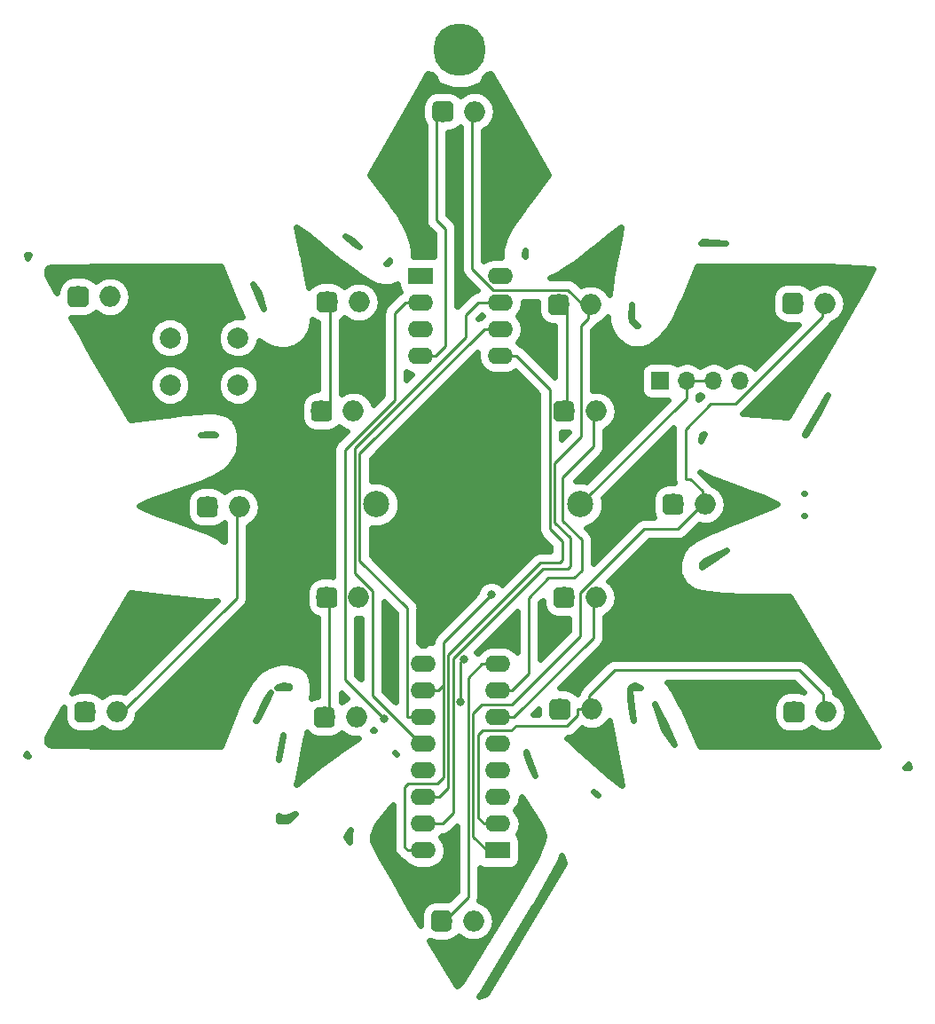
<source format=gbr>
G04 #@! TF.GenerationSoftware,KiCad,Pcbnew,(5.0.0)*
G04 #@! TF.CreationDate,2019-09-07T09:52:17-04:00*
G04 #@! TF.ProjectId,Snowflake,536E6F77666C616B652E6B696361645F,rev?*
G04 #@! TF.SameCoordinates,Original*
G04 #@! TF.FileFunction,Copper,L1,Top,Signal*
G04 #@! TF.FilePolarity,Positive*
%FSLAX46Y46*%
G04 Gerber Fmt 4.6, Leading zero omitted, Abs format (unit mm)*
G04 Created by KiCad (PCBNEW (5.0.0)) date 09/07/19 09:52:17*
%MOMM*%
%LPD*%
G01*
G04 APERTURE LIST*
G04 #@! TA.AperFunction,ComponentPad*
%ADD10C,5.000000*%
G04 #@! TD*
G04 #@! TA.AperFunction,ComponentPad*
%ADD11C,2.000000*%
G04 #@! TD*
G04 #@! TA.AperFunction,ComponentPad*
%ADD12O,2.000000X2.000000*%
G04 #@! TD*
G04 #@! TA.AperFunction,Conductor*
%ADD13C,0.100000*%
G04 #@! TD*
G04 #@! TA.AperFunction,ComponentPad*
%ADD14R,2.400000X1.600000*%
G04 #@! TD*
G04 #@! TA.AperFunction,ComponentPad*
%ADD15O,2.400000X1.600000*%
G04 #@! TD*
G04 #@! TA.AperFunction,ComponentPad*
%ADD16C,2.500000*%
G04 #@! TD*
G04 #@! TA.AperFunction,ComponentPad*
%ADD17R,1.700000X1.700000*%
G04 #@! TD*
G04 #@! TA.AperFunction,ComponentPad*
%ADD18O,1.700000X1.700000*%
G04 #@! TD*
G04 #@! TA.AperFunction,ViaPad*
%ADD19C,0.800000*%
G04 #@! TD*
G04 #@! TA.AperFunction,Conductor*
%ADD20C,0.250000*%
G04 #@! TD*
G04 #@! TA.AperFunction,NonConductor*
%ADD21C,0.600000*%
G04 #@! TD*
G04 APERTURE END LIST*
D10*
G04 #@! TO.P,g1,1*
G04 #@! TO.N,N/C*
X126950000Y-54450000D03*
G04 #@! TD*
D11*
G04 #@! TO.P,Button1,2*
G04 #@! TO.N,GND*
X99314000Y-86415000D03*
G04 #@! TO.P,Button1,1*
G04 #@! TO.N,BTN*
X99314000Y-81915000D03*
G04 #@! TO.P,Button1,2*
G04 #@! TO.N,GND*
X105814000Y-86415000D03*
G04 #@! TO.P,Button1,1*
G04 #@! TO.N,BTN*
X105814000Y-81915000D03*
G04 #@! TD*
D12*
G04 #@! TO.P,D1,2*
G04 #@! TO.N,Net-(D1-Pad2)*
X128400000Y-60300000D03*
D13*
G04 #@! TD*
G04 #@! TO.N,GND*
G04 #@! TO.C,D1*
G36*
X125909009Y-59302408D02*
X125957545Y-59309607D01*
X126005142Y-59321530D01*
X126051342Y-59338060D01*
X126095698Y-59359039D01*
X126137785Y-59384265D01*
X126177197Y-59413495D01*
X126213553Y-59446447D01*
X126246505Y-59482803D01*
X126275735Y-59522215D01*
X126300961Y-59564302D01*
X126321940Y-59608658D01*
X126338470Y-59654858D01*
X126350393Y-59702455D01*
X126357592Y-59750991D01*
X126360000Y-59800000D01*
X126360000Y-60800000D01*
X126357592Y-60849009D01*
X126350393Y-60897545D01*
X126338470Y-60945142D01*
X126321940Y-60991342D01*
X126300961Y-61035698D01*
X126275735Y-61077785D01*
X126246505Y-61117197D01*
X126213553Y-61153553D01*
X126177197Y-61186505D01*
X126137785Y-61215735D01*
X126095698Y-61240961D01*
X126051342Y-61261940D01*
X126005142Y-61278470D01*
X125957545Y-61290393D01*
X125909009Y-61297592D01*
X125860000Y-61300000D01*
X124860000Y-61300000D01*
X124810991Y-61297592D01*
X124762455Y-61290393D01*
X124714858Y-61278470D01*
X124668658Y-61261940D01*
X124624302Y-61240961D01*
X124582215Y-61215735D01*
X124542803Y-61186505D01*
X124506447Y-61153553D01*
X124473495Y-61117197D01*
X124444265Y-61077785D01*
X124419039Y-61035698D01*
X124398060Y-60991342D01*
X124381530Y-60945142D01*
X124369607Y-60897545D01*
X124362408Y-60849009D01*
X124360000Y-60800000D01*
X124360000Y-59800000D01*
X124362408Y-59750991D01*
X124369607Y-59702455D01*
X124381530Y-59654858D01*
X124398060Y-59608658D01*
X124419039Y-59564302D01*
X124444265Y-59522215D01*
X124473495Y-59482803D01*
X124506447Y-59446447D01*
X124542803Y-59413495D01*
X124582215Y-59384265D01*
X124624302Y-59359039D01*
X124668658Y-59338060D01*
X124714858Y-59321530D01*
X124762455Y-59309607D01*
X124810991Y-59302408D01*
X124860000Y-59300000D01*
X125860000Y-59300000D01*
X125909009Y-59302408D01*
X125909009Y-59302408D01*
G37*
D11*
G04 #@! TO.P,D1,1*
G04 #@! TO.N,GND*
X125360000Y-60300000D03*
G04 #@! TD*
D12*
G04 #@! TO.P,D2,2*
G04 #@! TO.N,Net-(D1-Pad2)*
X139442000Y-78740000D03*
D13*
G04 #@! TD*
G04 #@! TO.N,GND*
G04 #@! TO.C,D2*
G36*
X136951009Y-77742408D02*
X136999545Y-77749607D01*
X137047142Y-77761530D01*
X137093342Y-77778060D01*
X137137698Y-77799039D01*
X137179785Y-77824265D01*
X137219197Y-77853495D01*
X137255553Y-77886447D01*
X137288505Y-77922803D01*
X137317735Y-77962215D01*
X137342961Y-78004302D01*
X137363940Y-78048658D01*
X137380470Y-78094858D01*
X137392393Y-78142455D01*
X137399592Y-78190991D01*
X137402000Y-78240000D01*
X137402000Y-79240000D01*
X137399592Y-79289009D01*
X137392393Y-79337545D01*
X137380470Y-79385142D01*
X137363940Y-79431342D01*
X137342961Y-79475698D01*
X137317735Y-79517785D01*
X137288505Y-79557197D01*
X137255553Y-79593553D01*
X137219197Y-79626505D01*
X137179785Y-79655735D01*
X137137698Y-79680961D01*
X137093342Y-79701940D01*
X137047142Y-79718470D01*
X136999545Y-79730393D01*
X136951009Y-79737592D01*
X136902000Y-79740000D01*
X135902000Y-79740000D01*
X135852991Y-79737592D01*
X135804455Y-79730393D01*
X135756858Y-79718470D01*
X135710658Y-79701940D01*
X135666302Y-79680961D01*
X135624215Y-79655735D01*
X135584803Y-79626505D01*
X135548447Y-79593553D01*
X135515495Y-79557197D01*
X135486265Y-79517785D01*
X135461039Y-79475698D01*
X135440060Y-79431342D01*
X135423530Y-79385142D01*
X135411607Y-79337545D01*
X135404408Y-79289009D01*
X135402000Y-79240000D01*
X135402000Y-78240000D01*
X135404408Y-78190991D01*
X135411607Y-78142455D01*
X135423530Y-78094858D01*
X135440060Y-78048658D01*
X135461039Y-78004302D01*
X135486265Y-77962215D01*
X135515495Y-77922803D01*
X135548447Y-77886447D01*
X135584803Y-77853495D01*
X135624215Y-77824265D01*
X135666302Y-77799039D01*
X135710658Y-77778060D01*
X135756858Y-77761530D01*
X135804455Y-77749607D01*
X135852991Y-77742408D01*
X135902000Y-77740000D01*
X136902000Y-77740000D01*
X136951009Y-77742408D01*
X136951009Y-77742408D01*
G37*
D11*
G04 #@! TO.P,D2,1*
G04 #@! TO.N,GND*
X136402000Y-78740000D03*
G04 #@! TD*
D12*
G04 #@! TO.P,D3,2*
G04 #@! TO.N,Net-(D3-Pad2)*
X161794000Y-78613000D03*
D13*
G04 #@! TD*
G04 #@! TO.N,GND*
G04 #@! TO.C,D3*
G36*
X159303009Y-77615408D02*
X159351545Y-77622607D01*
X159399142Y-77634530D01*
X159445342Y-77651060D01*
X159489698Y-77672039D01*
X159531785Y-77697265D01*
X159571197Y-77726495D01*
X159607553Y-77759447D01*
X159640505Y-77795803D01*
X159669735Y-77835215D01*
X159694961Y-77877302D01*
X159715940Y-77921658D01*
X159732470Y-77967858D01*
X159744393Y-78015455D01*
X159751592Y-78063991D01*
X159754000Y-78113000D01*
X159754000Y-79113000D01*
X159751592Y-79162009D01*
X159744393Y-79210545D01*
X159732470Y-79258142D01*
X159715940Y-79304342D01*
X159694961Y-79348698D01*
X159669735Y-79390785D01*
X159640505Y-79430197D01*
X159607553Y-79466553D01*
X159571197Y-79499505D01*
X159531785Y-79528735D01*
X159489698Y-79553961D01*
X159445342Y-79574940D01*
X159399142Y-79591470D01*
X159351545Y-79603393D01*
X159303009Y-79610592D01*
X159254000Y-79613000D01*
X158254000Y-79613000D01*
X158204991Y-79610592D01*
X158156455Y-79603393D01*
X158108858Y-79591470D01*
X158062658Y-79574940D01*
X158018302Y-79553961D01*
X157976215Y-79528735D01*
X157936803Y-79499505D01*
X157900447Y-79466553D01*
X157867495Y-79430197D01*
X157838265Y-79390785D01*
X157813039Y-79348698D01*
X157792060Y-79304342D01*
X157775530Y-79258142D01*
X157763607Y-79210545D01*
X157756408Y-79162009D01*
X157754000Y-79113000D01*
X157754000Y-78113000D01*
X157756408Y-78063991D01*
X157763607Y-78015455D01*
X157775530Y-77967858D01*
X157792060Y-77921658D01*
X157813039Y-77877302D01*
X157838265Y-77835215D01*
X157867495Y-77795803D01*
X157900447Y-77759447D01*
X157936803Y-77726495D01*
X157976215Y-77697265D01*
X158018302Y-77672039D01*
X158062658Y-77651060D01*
X158108858Y-77634530D01*
X158156455Y-77622607D01*
X158204991Y-77615408D01*
X158254000Y-77613000D01*
X159254000Y-77613000D01*
X159303009Y-77615408D01*
X159303009Y-77615408D01*
G37*
D11*
G04 #@! TO.P,D3,1*
G04 #@! TO.N,GND*
X158754000Y-78613000D03*
G04 #@! TD*
D12*
G04 #@! TO.P,D4,2*
G04 #@! TO.N,Net-(D3-Pad2)*
X150364000Y-97790000D03*
D13*
G04 #@! TD*
G04 #@! TO.N,GND*
G04 #@! TO.C,D4*
G36*
X147873009Y-96792408D02*
X147921545Y-96799607D01*
X147969142Y-96811530D01*
X148015342Y-96828060D01*
X148059698Y-96849039D01*
X148101785Y-96874265D01*
X148141197Y-96903495D01*
X148177553Y-96936447D01*
X148210505Y-96972803D01*
X148239735Y-97012215D01*
X148264961Y-97054302D01*
X148285940Y-97098658D01*
X148302470Y-97144858D01*
X148314393Y-97192455D01*
X148321592Y-97240991D01*
X148324000Y-97290000D01*
X148324000Y-98290000D01*
X148321592Y-98339009D01*
X148314393Y-98387545D01*
X148302470Y-98435142D01*
X148285940Y-98481342D01*
X148264961Y-98525698D01*
X148239735Y-98567785D01*
X148210505Y-98607197D01*
X148177553Y-98643553D01*
X148141197Y-98676505D01*
X148101785Y-98705735D01*
X148059698Y-98730961D01*
X148015342Y-98751940D01*
X147969142Y-98768470D01*
X147921545Y-98780393D01*
X147873009Y-98787592D01*
X147824000Y-98790000D01*
X146824000Y-98790000D01*
X146774991Y-98787592D01*
X146726455Y-98780393D01*
X146678858Y-98768470D01*
X146632658Y-98751940D01*
X146588302Y-98730961D01*
X146546215Y-98705735D01*
X146506803Y-98676505D01*
X146470447Y-98643553D01*
X146437495Y-98607197D01*
X146408265Y-98567785D01*
X146383039Y-98525698D01*
X146362060Y-98481342D01*
X146345530Y-98435142D01*
X146333607Y-98387545D01*
X146326408Y-98339009D01*
X146324000Y-98290000D01*
X146324000Y-97290000D01*
X146326408Y-97240991D01*
X146333607Y-97192455D01*
X146345530Y-97144858D01*
X146362060Y-97098658D01*
X146383039Y-97054302D01*
X146408265Y-97012215D01*
X146437495Y-96972803D01*
X146470447Y-96936447D01*
X146506803Y-96903495D01*
X146546215Y-96874265D01*
X146588302Y-96849039D01*
X146632658Y-96828060D01*
X146678858Y-96811530D01*
X146726455Y-96799607D01*
X146774991Y-96792408D01*
X146824000Y-96790000D01*
X147824000Y-96790000D01*
X147873009Y-96792408D01*
X147873009Y-96792408D01*
G37*
D11*
G04 #@! TO.P,D4,1*
G04 #@! TO.N,GND*
X147324000Y-97790000D03*
G04 #@! TD*
D12*
G04 #@! TO.P,D5,2*
G04 #@! TO.N,Net-(D5-Pad2)*
X161921000Y-117602000D03*
D13*
G04 #@! TD*
G04 #@! TO.N,GND*
G04 #@! TO.C,D5*
G36*
X159430009Y-116604408D02*
X159478545Y-116611607D01*
X159526142Y-116623530D01*
X159572342Y-116640060D01*
X159616698Y-116661039D01*
X159658785Y-116686265D01*
X159698197Y-116715495D01*
X159734553Y-116748447D01*
X159767505Y-116784803D01*
X159796735Y-116824215D01*
X159821961Y-116866302D01*
X159842940Y-116910658D01*
X159859470Y-116956858D01*
X159871393Y-117004455D01*
X159878592Y-117052991D01*
X159881000Y-117102000D01*
X159881000Y-118102000D01*
X159878592Y-118151009D01*
X159871393Y-118199545D01*
X159859470Y-118247142D01*
X159842940Y-118293342D01*
X159821961Y-118337698D01*
X159796735Y-118379785D01*
X159767505Y-118419197D01*
X159734553Y-118455553D01*
X159698197Y-118488505D01*
X159658785Y-118517735D01*
X159616698Y-118542961D01*
X159572342Y-118563940D01*
X159526142Y-118580470D01*
X159478545Y-118592393D01*
X159430009Y-118599592D01*
X159381000Y-118602000D01*
X158381000Y-118602000D01*
X158331991Y-118599592D01*
X158283455Y-118592393D01*
X158235858Y-118580470D01*
X158189658Y-118563940D01*
X158145302Y-118542961D01*
X158103215Y-118517735D01*
X158063803Y-118488505D01*
X158027447Y-118455553D01*
X157994495Y-118419197D01*
X157965265Y-118379785D01*
X157940039Y-118337698D01*
X157919060Y-118293342D01*
X157902530Y-118247142D01*
X157890607Y-118199545D01*
X157883408Y-118151009D01*
X157881000Y-118102000D01*
X157881000Y-117102000D01*
X157883408Y-117052991D01*
X157890607Y-117004455D01*
X157902530Y-116956858D01*
X157919060Y-116910658D01*
X157940039Y-116866302D01*
X157965265Y-116824215D01*
X157994495Y-116784803D01*
X158027447Y-116748447D01*
X158063803Y-116715495D01*
X158103215Y-116686265D01*
X158145302Y-116661039D01*
X158189658Y-116640060D01*
X158235858Y-116623530D01*
X158283455Y-116611607D01*
X158331991Y-116604408D01*
X158381000Y-116602000D01*
X159381000Y-116602000D01*
X159430009Y-116604408D01*
X159430009Y-116604408D01*
G37*
D11*
G04 #@! TO.P,D5,1*
G04 #@! TO.N,GND*
X158881000Y-117602000D03*
G04 #@! TD*
D12*
G04 #@! TO.P,D6,2*
G04 #@! TO.N,Net-(D5-Pad2)*
X139569000Y-117348000D03*
D13*
G04 #@! TD*
G04 #@! TO.N,GND*
G04 #@! TO.C,D6*
G36*
X137078009Y-116350408D02*
X137126545Y-116357607D01*
X137174142Y-116369530D01*
X137220342Y-116386060D01*
X137264698Y-116407039D01*
X137306785Y-116432265D01*
X137346197Y-116461495D01*
X137382553Y-116494447D01*
X137415505Y-116530803D01*
X137444735Y-116570215D01*
X137469961Y-116612302D01*
X137490940Y-116656658D01*
X137507470Y-116702858D01*
X137519393Y-116750455D01*
X137526592Y-116798991D01*
X137529000Y-116848000D01*
X137529000Y-117848000D01*
X137526592Y-117897009D01*
X137519393Y-117945545D01*
X137507470Y-117993142D01*
X137490940Y-118039342D01*
X137469961Y-118083698D01*
X137444735Y-118125785D01*
X137415505Y-118165197D01*
X137382553Y-118201553D01*
X137346197Y-118234505D01*
X137306785Y-118263735D01*
X137264698Y-118288961D01*
X137220342Y-118309940D01*
X137174142Y-118326470D01*
X137126545Y-118338393D01*
X137078009Y-118345592D01*
X137029000Y-118348000D01*
X136029000Y-118348000D01*
X135979991Y-118345592D01*
X135931455Y-118338393D01*
X135883858Y-118326470D01*
X135837658Y-118309940D01*
X135793302Y-118288961D01*
X135751215Y-118263735D01*
X135711803Y-118234505D01*
X135675447Y-118201553D01*
X135642495Y-118165197D01*
X135613265Y-118125785D01*
X135588039Y-118083698D01*
X135567060Y-118039342D01*
X135550530Y-117993142D01*
X135538607Y-117945545D01*
X135531408Y-117897009D01*
X135529000Y-117848000D01*
X135529000Y-116848000D01*
X135531408Y-116798991D01*
X135538607Y-116750455D01*
X135550530Y-116702858D01*
X135567060Y-116656658D01*
X135588039Y-116612302D01*
X135613265Y-116570215D01*
X135642495Y-116530803D01*
X135675447Y-116494447D01*
X135711803Y-116461495D01*
X135751215Y-116432265D01*
X135793302Y-116407039D01*
X135837658Y-116386060D01*
X135883858Y-116369530D01*
X135931455Y-116357607D01*
X135979991Y-116350408D01*
X136029000Y-116348000D01*
X137029000Y-116348000D01*
X137078009Y-116350408D01*
X137078009Y-116350408D01*
G37*
D11*
G04 #@! TO.P,D6,1*
G04 #@! TO.N,GND*
X136529000Y-117348000D03*
G04 #@! TD*
D12*
G04 #@! TO.P,D7,2*
G04 #@! TO.N,Net-(D7-Pad2)*
X128266000Y-137541000D03*
D13*
G04 #@! TD*
G04 #@! TO.N,GND*
G04 #@! TO.C,D7*
G36*
X125775009Y-136543408D02*
X125823545Y-136550607D01*
X125871142Y-136562530D01*
X125917342Y-136579060D01*
X125961698Y-136600039D01*
X126003785Y-136625265D01*
X126043197Y-136654495D01*
X126079553Y-136687447D01*
X126112505Y-136723803D01*
X126141735Y-136763215D01*
X126166961Y-136805302D01*
X126187940Y-136849658D01*
X126204470Y-136895858D01*
X126216393Y-136943455D01*
X126223592Y-136991991D01*
X126226000Y-137041000D01*
X126226000Y-138041000D01*
X126223592Y-138090009D01*
X126216393Y-138138545D01*
X126204470Y-138186142D01*
X126187940Y-138232342D01*
X126166961Y-138276698D01*
X126141735Y-138318785D01*
X126112505Y-138358197D01*
X126079553Y-138394553D01*
X126043197Y-138427505D01*
X126003785Y-138456735D01*
X125961698Y-138481961D01*
X125917342Y-138502940D01*
X125871142Y-138519470D01*
X125823545Y-138531393D01*
X125775009Y-138538592D01*
X125726000Y-138541000D01*
X124726000Y-138541000D01*
X124676991Y-138538592D01*
X124628455Y-138531393D01*
X124580858Y-138519470D01*
X124534658Y-138502940D01*
X124490302Y-138481961D01*
X124448215Y-138456735D01*
X124408803Y-138427505D01*
X124372447Y-138394553D01*
X124339495Y-138358197D01*
X124310265Y-138318785D01*
X124285039Y-138276698D01*
X124264060Y-138232342D01*
X124247530Y-138186142D01*
X124235607Y-138138545D01*
X124228408Y-138090009D01*
X124226000Y-138041000D01*
X124226000Y-137041000D01*
X124228408Y-136991991D01*
X124235607Y-136943455D01*
X124247530Y-136895858D01*
X124264060Y-136849658D01*
X124285039Y-136805302D01*
X124310265Y-136763215D01*
X124339495Y-136723803D01*
X124372447Y-136687447D01*
X124408803Y-136654495D01*
X124448215Y-136625265D01*
X124490302Y-136600039D01*
X124534658Y-136579060D01*
X124580858Y-136562530D01*
X124628455Y-136550607D01*
X124676991Y-136543408D01*
X124726000Y-136541000D01*
X125726000Y-136541000D01*
X125775009Y-136543408D01*
X125775009Y-136543408D01*
G37*
D11*
G04 #@! TO.P,D7,1*
G04 #@! TO.N,GND*
X125226000Y-137541000D03*
G04 #@! TD*
D12*
G04 #@! TO.P,D8,2*
G04 #@! TO.N,Net-(D7-Pad2)*
X117090000Y-118110000D03*
D13*
G04 #@! TD*
G04 #@! TO.N,GND*
G04 #@! TO.C,D8*
G36*
X114599009Y-117112408D02*
X114647545Y-117119607D01*
X114695142Y-117131530D01*
X114741342Y-117148060D01*
X114785698Y-117169039D01*
X114827785Y-117194265D01*
X114867197Y-117223495D01*
X114903553Y-117256447D01*
X114936505Y-117292803D01*
X114965735Y-117332215D01*
X114990961Y-117374302D01*
X115011940Y-117418658D01*
X115028470Y-117464858D01*
X115040393Y-117512455D01*
X115047592Y-117560991D01*
X115050000Y-117610000D01*
X115050000Y-118610000D01*
X115047592Y-118659009D01*
X115040393Y-118707545D01*
X115028470Y-118755142D01*
X115011940Y-118801342D01*
X114990961Y-118845698D01*
X114965735Y-118887785D01*
X114936505Y-118927197D01*
X114903553Y-118963553D01*
X114867197Y-118996505D01*
X114827785Y-119025735D01*
X114785698Y-119050961D01*
X114741342Y-119071940D01*
X114695142Y-119088470D01*
X114647545Y-119100393D01*
X114599009Y-119107592D01*
X114550000Y-119110000D01*
X113550000Y-119110000D01*
X113500991Y-119107592D01*
X113452455Y-119100393D01*
X113404858Y-119088470D01*
X113358658Y-119071940D01*
X113314302Y-119050961D01*
X113272215Y-119025735D01*
X113232803Y-118996505D01*
X113196447Y-118963553D01*
X113163495Y-118927197D01*
X113134265Y-118887785D01*
X113109039Y-118845698D01*
X113088060Y-118801342D01*
X113071530Y-118755142D01*
X113059607Y-118707545D01*
X113052408Y-118659009D01*
X113050000Y-118610000D01*
X113050000Y-117610000D01*
X113052408Y-117560991D01*
X113059607Y-117512455D01*
X113071530Y-117464858D01*
X113088060Y-117418658D01*
X113109039Y-117374302D01*
X113134265Y-117332215D01*
X113163495Y-117292803D01*
X113196447Y-117256447D01*
X113232803Y-117223495D01*
X113272215Y-117194265D01*
X113314302Y-117169039D01*
X113358658Y-117148060D01*
X113404858Y-117131530D01*
X113452455Y-117119607D01*
X113500991Y-117112408D01*
X113550000Y-117110000D01*
X114550000Y-117110000D01*
X114599009Y-117112408D01*
X114599009Y-117112408D01*
G37*
D11*
G04 #@! TO.P,D8,1*
G04 #@! TO.N,GND*
X114050000Y-118110000D03*
G04 #@! TD*
D12*
G04 #@! TO.P,D9,2*
G04 #@! TO.N,Net-(D10-Pad2)*
X94230000Y-117602000D03*
D13*
G04 #@! TD*
G04 #@! TO.N,GND*
G04 #@! TO.C,D9*
G36*
X91739009Y-116604408D02*
X91787545Y-116611607D01*
X91835142Y-116623530D01*
X91881342Y-116640060D01*
X91925698Y-116661039D01*
X91967785Y-116686265D01*
X92007197Y-116715495D01*
X92043553Y-116748447D01*
X92076505Y-116784803D01*
X92105735Y-116824215D01*
X92130961Y-116866302D01*
X92151940Y-116910658D01*
X92168470Y-116956858D01*
X92180393Y-117004455D01*
X92187592Y-117052991D01*
X92190000Y-117102000D01*
X92190000Y-118102000D01*
X92187592Y-118151009D01*
X92180393Y-118199545D01*
X92168470Y-118247142D01*
X92151940Y-118293342D01*
X92130961Y-118337698D01*
X92105735Y-118379785D01*
X92076505Y-118419197D01*
X92043553Y-118455553D01*
X92007197Y-118488505D01*
X91967785Y-118517735D01*
X91925698Y-118542961D01*
X91881342Y-118563940D01*
X91835142Y-118580470D01*
X91787545Y-118592393D01*
X91739009Y-118599592D01*
X91690000Y-118602000D01*
X90690000Y-118602000D01*
X90640991Y-118599592D01*
X90592455Y-118592393D01*
X90544858Y-118580470D01*
X90498658Y-118563940D01*
X90454302Y-118542961D01*
X90412215Y-118517735D01*
X90372803Y-118488505D01*
X90336447Y-118455553D01*
X90303495Y-118419197D01*
X90274265Y-118379785D01*
X90249039Y-118337698D01*
X90228060Y-118293342D01*
X90211530Y-118247142D01*
X90199607Y-118199545D01*
X90192408Y-118151009D01*
X90190000Y-118102000D01*
X90190000Y-117102000D01*
X90192408Y-117052991D01*
X90199607Y-117004455D01*
X90211530Y-116956858D01*
X90228060Y-116910658D01*
X90249039Y-116866302D01*
X90274265Y-116824215D01*
X90303495Y-116784803D01*
X90336447Y-116748447D01*
X90372803Y-116715495D01*
X90412215Y-116686265D01*
X90454302Y-116661039D01*
X90498658Y-116640060D01*
X90544858Y-116623530D01*
X90592455Y-116611607D01*
X90640991Y-116604408D01*
X90690000Y-116602000D01*
X91690000Y-116602000D01*
X91739009Y-116604408D01*
X91739009Y-116604408D01*
G37*
D11*
G04 #@! TO.P,D9,1*
G04 #@! TO.N,GND*
X91190000Y-117602000D03*
G04 #@! TD*
D12*
G04 #@! TO.P,D10,2*
G04 #@! TO.N,Net-(D10-Pad2)*
X105914000Y-98044000D03*
D13*
G04 #@! TD*
G04 #@! TO.N,GND*
G04 #@! TO.C,D10*
G36*
X103423009Y-97046408D02*
X103471545Y-97053607D01*
X103519142Y-97065530D01*
X103565342Y-97082060D01*
X103609698Y-97103039D01*
X103651785Y-97128265D01*
X103691197Y-97157495D01*
X103727553Y-97190447D01*
X103760505Y-97226803D01*
X103789735Y-97266215D01*
X103814961Y-97308302D01*
X103835940Y-97352658D01*
X103852470Y-97398858D01*
X103864393Y-97446455D01*
X103871592Y-97494991D01*
X103874000Y-97544000D01*
X103874000Y-98544000D01*
X103871592Y-98593009D01*
X103864393Y-98641545D01*
X103852470Y-98689142D01*
X103835940Y-98735342D01*
X103814961Y-98779698D01*
X103789735Y-98821785D01*
X103760505Y-98861197D01*
X103727553Y-98897553D01*
X103691197Y-98930505D01*
X103651785Y-98959735D01*
X103609698Y-98984961D01*
X103565342Y-99005940D01*
X103519142Y-99022470D01*
X103471545Y-99034393D01*
X103423009Y-99041592D01*
X103374000Y-99044000D01*
X102374000Y-99044000D01*
X102324991Y-99041592D01*
X102276455Y-99034393D01*
X102228858Y-99022470D01*
X102182658Y-99005940D01*
X102138302Y-98984961D01*
X102096215Y-98959735D01*
X102056803Y-98930505D01*
X102020447Y-98897553D01*
X101987495Y-98861197D01*
X101958265Y-98821785D01*
X101933039Y-98779698D01*
X101912060Y-98735342D01*
X101895530Y-98689142D01*
X101883607Y-98641545D01*
X101876408Y-98593009D01*
X101874000Y-98544000D01*
X101874000Y-97544000D01*
X101876408Y-97494991D01*
X101883607Y-97446455D01*
X101895530Y-97398858D01*
X101912060Y-97352658D01*
X101933039Y-97308302D01*
X101958265Y-97266215D01*
X101987495Y-97226803D01*
X102020447Y-97190447D01*
X102056803Y-97157495D01*
X102096215Y-97128265D01*
X102138302Y-97103039D01*
X102182658Y-97082060D01*
X102228858Y-97065530D01*
X102276455Y-97053607D01*
X102324991Y-97046408D01*
X102374000Y-97044000D01*
X103374000Y-97044000D01*
X103423009Y-97046408D01*
X103423009Y-97046408D01*
G37*
D11*
G04 #@! TO.P,D10,1*
G04 #@! TO.N,GND*
X102874000Y-98044000D03*
G04 #@! TD*
D12*
G04 #@! TO.P,D11,2*
G04 #@! TO.N,Net-(D11-Pad2)*
X93595000Y-77978000D03*
D13*
G04 #@! TD*
G04 #@! TO.N,GND*
G04 #@! TO.C,D11*
G36*
X91104009Y-76980408D02*
X91152545Y-76987607D01*
X91200142Y-76999530D01*
X91246342Y-77016060D01*
X91290698Y-77037039D01*
X91332785Y-77062265D01*
X91372197Y-77091495D01*
X91408553Y-77124447D01*
X91441505Y-77160803D01*
X91470735Y-77200215D01*
X91495961Y-77242302D01*
X91516940Y-77286658D01*
X91533470Y-77332858D01*
X91545393Y-77380455D01*
X91552592Y-77428991D01*
X91555000Y-77478000D01*
X91555000Y-78478000D01*
X91552592Y-78527009D01*
X91545393Y-78575545D01*
X91533470Y-78623142D01*
X91516940Y-78669342D01*
X91495961Y-78713698D01*
X91470735Y-78755785D01*
X91441505Y-78795197D01*
X91408553Y-78831553D01*
X91372197Y-78864505D01*
X91332785Y-78893735D01*
X91290698Y-78918961D01*
X91246342Y-78939940D01*
X91200142Y-78956470D01*
X91152545Y-78968393D01*
X91104009Y-78975592D01*
X91055000Y-78978000D01*
X90055000Y-78978000D01*
X90005991Y-78975592D01*
X89957455Y-78968393D01*
X89909858Y-78956470D01*
X89863658Y-78939940D01*
X89819302Y-78918961D01*
X89777215Y-78893735D01*
X89737803Y-78864505D01*
X89701447Y-78831553D01*
X89668495Y-78795197D01*
X89639265Y-78755785D01*
X89614039Y-78713698D01*
X89593060Y-78669342D01*
X89576530Y-78623142D01*
X89564607Y-78575545D01*
X89557408Y-78527009D01*
X89555000Y-78478000D01*
X89555000Y-77478000D01*
X89557408Y-77428991D01*
X89564607Y-77380455D01*
X89576530Y-77332858D01*
X89593060Y-77286658D01*
X89614039Y-77242302D01*
X89639265Y-77200215D01*
X89668495Y-77160803D01*
X89701447Y-77124447D01*
X89737803Y-77091495D01*
X89777215Y-77062265D01*
X89819302Y-77037039D01*
X89863658Y-77016060D01*
X89909858Y-76999530D01*
X89957455Y-76987607D01*
X90005991Y-76980408D01*
X90055000Y-76978000D01*
X91055000Y-76978000D01*
X91104009Y-76980408D01*
X91104009Y-76980408D01*
G37*
D11*
G04 #@! TO.P,D11,1*
G04 #@! TO.N,GND*
X90555000Y-77978000D03*
G04 #@! TD*
D12*
G04 #@! TO.P,D12,2*
G04 #@! TO.N,Net-(D11-Pad2)*
X117344000Y-78486000D03*
D13*
G04 #@! TD*
G04 #@! TO.N,GND*
G04 #@! TO.C,D12*
G36*
X114853009Y-77488408D02*
X114901545Y-77495607D01*
X114949142Y-77507530D01*
X114995342Y-77524060D01*
X115039698Y-77545039D01*
X115081785Y-77570265D01*
X115121197Y-77599495D01*
X115157553Y-77632447D01*
X115190505Y-77668803D01*
X115219735Y-77708215D01*
X115244961Y-77750302D01*
X115265940Y-77794658D01*
X115282470Y-77840858D01*
X115294393Y-77888455D01*
X115301592Y-77936991D01*
X115304000Y-77986000D01*
X115304000Y-78986000D01*
X115301592Y-79035009D01*
X115294393Y-79083545D01*
X115282470Y-79131142D01*
X115265940Y-79177342D01*
X115244961Y-79221698D01*
X115219735Y-79263785D01*
X115190505Y-79303197D01*
X115157553Y-79339553D01*
X115121197Y-79372505D01*
X115081785Y-79401735D01*
X115039698Y-79426961D01*
X114995342Y-79447940D01*
X114949142Y-79464470D01*
X114901545Y-79476393D01*
X114853009Y-79483592D01*
X114804000Y-79486000D01*
X113804000Y-79486000D01*
X113754991Y-79483592D01*
X113706455Y-79476393D01*
X113658858Y-79464470D01*
X113612658Y-79447940D01*
X113568302Y-79426961D01*
X113526215Y-79401735D01*
X113486803Y-79372505D01*
X113450447Y-79339553D01*
X113417495Y-79303197D01*
X113388265Y-79263785D01*
X113363039Y-79221698D01*
X113342060Y-79177342D01*
X113325530Y-79131142D01*
X113313607Y-79083545D01*
X113306408Y-79035009D01*
X113304000Y-78986000D01*
X113304000Y-77986000D01*
X113306408Y-77936991D01*
X113313607Y-77888455D01*
X113325530Y-77840858D01*
X113342060Y-77794658D01*
X113363039Y-77750302D01*
X113388265Y-77708215D01*
X113417495Y-77668803D01*
X113450447Y-77632447D01*
X113486803Y-77599495D01*
X113526215Y-77570265D01*
X113568302Y-77545039D01*
X113612658Y-77524060D01*
X113658858Y-77507530D01*
X113706455Y-77495607D01*
X113754991Y-77488408D01*
X113804000Y-77486000D01*
X114804000Y-77486000D01*
X114853009Y-77488408D01*
X114853009Y-77488408D01*
G37*
D11*
G04 #@! TO.P,D12,1*
G04 #@! TO.N,GND*
X114304000Y-78486000D03*
G04 #@! TD*
D12*
G04 #@! TO.P,D13,2*
G04 #@! TO.N,Net-(D13-Pad2)*
X116817000Y-88900000D03*
D13*
G04 #@! TD*
G04 #@! TO.N,GND*
G04 #@! TO.C,D13*
G36*
X114326009Y-87902408D02*
X114374545Y-87909607D01*
X114422142Y-87921530D01*
X114468342Y-87938060D01*
X114512698Y-87959039D01*
X114554785Y-87984265D01*
X114594197Y-88013495D01*
X114630553Y-88046447D01*
X114663505Y-88082803D01*
X114692735Y-88122215D01*
X114717961Y-88164302D01*
X114738940Y-88208658D01*
X114755470Y-88254858D01*
X114767393Y-88302455D01*
X114774592Y-88350991D01*
X114777000Y-88400000D01*
X114777000Y-89400000D01*
X114774592Y-89449009D01*
X114767393Y-89497545D01*
X114755470Y-89545142D01*
X114738940Y-89591342D01*
X114717961Y-89635698D01*
X114692735Y-89677785D01*
X114663505Y-89717197D01*
X114630553Y-89753553D01*
X114594197Y-89786505D01*
X114554785Y-89815735D01*
X114512698Y-89840961D01*
X114468342Y-89861940D01*
X114422142Y-89878470D01*
X114374545Y-89890393D01*
X114326009Y-89897592D01*
X114277000Y-89900000D01*
X113277000Y-89900000D01*
X113227991Y-89897592D01*
X113179455Y-89890393D01*
X113131858Y-89878470D01*
X113085658Y-89861940D01*
X113041302Y-89840961D01*
X112999215Y-89815735D01*
X112959803Y-89786505D01*
X112923447Y-89753553D01*
X112890495Y-89717197D01*
X112861265Y-89677785D01*
X112836039Y-89635698D01*
X112815060Y-89591342D01*
X112798530Y-89545142D01*
X112786607Y-89497545D01*
X112779408Y-89449009D01*
X112777000Y-89400000D01*
X112777000Y-88400000D01*
X112779408Y-88350991D01*
X112786607Y-88302455D01*
X112798530Y-88254858D01*
X112815060Y-88208658D01*
X112836039Y-88164302D01*
X112861265Y-88122215D01*
X112890495Y-88082803D01*
X112923447Y-88046447D01*
X112959803Y-88013495D01*
X112999215Y-87984265D01*
X113041302Y-87959039D01*
X113085658Y-87938060D01*
X113131858Y-87921530D01*
X113179455Y-87909607D01*
X113227991Y-87902408D01*
X113277000Y-87900000D01*
X114277000Y-87900000D01*
X114326009Y-87902408D01*
X114326009Y-87902408D01*
G37*
D11*
G04 #@! TO.P,D13,1*
G04 #@! TO.N,GND*
X113777000Y-88900000D03*
G04 #@! TD*
D12*
G04 #@! TO.P,D14,2*
G04 #@! TO.N,Net-(D13-Pad2)*
X139950000Y-106680000D03*
D13*
G04 #@! TD*
G04 #@! TO.N,GND*
G04 #@! TO.C,D14*
G36*
X137459009Y-105682408D02*
X137507545Y-105689607D01*
X137555142Y-105701530D01*
X137601342Y-105718060D01*
X137645698Y-105739039D01*
X137687785Y-105764265D01*
X137727197Y-105793495D01*
X137763553Y-105826447D01*
X137796505Y-105862803D01*
X137825735Y-105902215D01*
X137850961Y-105944302D01*
X137871940Y-105988658D01*
X137888470Y-106034858D01*
X137900393Y-106082455D01*
X137907592Y-106130991D01*
X137910000Y-106180000D01*
X137910000Y-107180000D01*
X137907592Y-107229009D01*
X137900393Y-107277545D01*
X137888470Y-107325142D01*
X137871940Y-107371342D01*
X137850961Y-107415698D01*
X137825735Y-107457785D01*
X137796505Y-107497197D01*
X137763553Y-107533553D01*
X137727197Y-107566505D01*
X137687785Y-107595735D01*
X137645698Y-107620961D01*
X137601342Y-107641940D01*
X137555142Y-107658470D01*
X137507545Y-107670393D01*
X137459009Y-107677592D01*
X137410000Y-107680000D01*
X136410000Y-107680000D01*
X136360991Y-107677592D01*
X136312455Y-107670393D01*
X136264858Y-107658470D01*
X136218658Y-107641940D01*
X136174302Y-107620961D01*
X136132215Y-107595735D01*
X136092803Y-107566505D01*
X136056447Y-107533553D01*
X136023495Y-107497197D01*
X135994265Y-107457785D01*
X135969039Y-107415698D01*
X135948060Y-107371342D01*
X135931530Y-107325142D01*
X135919607Y-107277545D01*
X135912408Y-107229009D01*
X135910000Y-107180000D01*
X135910000Y-106180000D01*
X135912408Y-106130991D01*
X135919607Y-106082455D01*
X135931530Y-106034858D01*
X135948060Y-105988658D01*
X135969039Y-105944302D01*
X135994265Y-105902215D01*
X136023495Y-105862803D01*
X136056447Y-105826447D01*
X136092803Y-105793495D01*
X136132215Y-105764265D01*
X136174302Y-105739039D01*
X136218658Y-105718060D01*
X136264858Y-105701530D01*
X136312455Y-105689607D01*
X136360991Y-105682408D01*
X136410000Y-105680000D01*
X137410000Y-105680000D01*
X137459009Y-105682408D01*
X137459009Y-105682408D01*
G37*
D11*
G04 #@! TO.P,D14,1*
G04 #@! TO.N,GND*
X136910000Y-106680000D03*
G04 #@! TD*
D12*
G04 #@! TO.P,D15,2*
G04 #@! TO.N,Net-(D15-Pad2)*
X139950000Y-88900000D03*
D13*
G04 #@! TD*
G04 #@! TO.N,GND*
G04 #@! TO.C,D15*
G36*
X137459009Y-87902408D02*
X137507545Y-87909607D01*
X137555142Y-87921530D01*
X137601342Y-87938060D01*
X137645698Y-87959039D01*
X137687785Y-87984265D01*
X137727197Y-88013495D01*
X137763553Y-88046447D01*
X137796505Y-88082803D01*
X137825735Y-88122215D01*
X137850961Y-88164302D01*
X137871940Y-88208658D01*
X137888470Y-88254858D01*
X137900393Y-88302455D01*
X137907592Y-88350991D01*
X137910000Y-88400000D01*
X137910000Y-89400000D01*
X137907592Y-89449009D01*
X137900393Y-89497545D01*
X137888470Y-89545142D01*
X137871940Y-89591342D01*
X137850961Y-89635698D01*
X137825735Y-89677785D01*
X137796505Y-89717197D01*
X137763553Y-89753553D01*
X137727197Y-89786505D01*
X137687785Y-89815735D01*
X137645698Y-89840961D01*
X137601342Y-89861940D01*
X137555142Y-89878470D01*
X137507545Y-89890393D01*
X137459009Y-89897592D01*
X137410000Y-89900000D01*
X136410000Y-89900000D01*
X136360991Y-89897592D01*
X136312455Y-89890393D01*
X136264858Y-89878470D01*
X136218658Y-89861940D01*
X136174302Y-89840961D01*
X136132215Y-89815735D01*
X136092803Y-89786505D01*
X136056447Y-89753553D01*
X136023495Y-89717197D01*
X135994265Y-89677785D01*
X135969039Y-89635698D01*
X135948060Y-89591342D01*
X135931530Y-89545142D01*
X135919607Y-89497545D01*
X135912408Y-89449009D01*
X135910000Y-89400000D01*
X135910000Y-88400000D01*
X135912408Y-88350991D01*
X135919607Y-88302455D01*
X135931530Y-88254858D01*
X135948060Y-88208658D01*
X135969039Y-88164302D01*
X135994265Y-88122215D01*
X136023495Y-88082803D01*
X136056447Y-88046447D01*
X136092803Y-88013495D01*
X136132215Y-87984265D01*
X136174302Y-87959039D01*
X136218658Y-87938060D01*
X136264858Y-87921530D01*
X136312455Y-87909607D01*
X136360991Y-87902408D01*
X136410000Y-87900000D01*
X137410000Y-87900000D01*
X137459009Y-87902408D01*
X137459009Y-87902408D01*
G37*
D11*
G04 #@! TO.P,D15,1*
G04 #@! TO.N,GND*
X136910000Y-88900000D03*
G04 #@! TD*
D12*
G04 #@! TO.P,D16,2*
G04 #@! TO.N,Net-(D15-Pad2)*
X117325000Y-106680000D03*
D13*
G04 #@! TD*
G04 #@! TO.N,GND*
G04 #@! TO.C,D16*
G36*
X114834009Y-105682408D02*
X114882545Y-105689607D01*
X114930142Y-105701530D01*
X114976342Y-105718060D01*
X115020698Y-105739039D01*
X115062785Y-105764265D01*
X115102197Y-105793495D01*
X115138553Y-105826447D01*
X115171505Y-105862803D01*
X115200735Y-105902215D01*
X115225961Y-105944302D01*
X115246940Y-105988658D01*
X115263470Y-106034858D01*
X115275393Y-106082455D01*
X115282592Y-106130991D01*
X115285000Y-106180000D01*
X115285000Y-107180000D01*
X115282592Y-107229009D01*
X115275393Y-107277545D01*
X115263470Y-107325142D01*
X115246940Y-107371342D01*
X115225961Y-107415698D01*
X115200735Y-107457785D01*
X115171505Y-107497197D01*
X115138553Y-107533553D01*
X115102197Y-107566505D01*
X115062785Y-107595735D01*
X115020698Y-107620961D01*
X114976342Y-107641940D01*
X114930142Y-107658470D01*
X114882545Y-107670393D01*
X114834009Y-107677592D01*
X114785000Y-107680000D01*
X113785000Y-107680000D01*
X113735991Y-107677592D01*
X113687455Y-107670393D01*
X113639858Y-107658470D01*
X113593658Y-107641940D01*
X113549302Y-107620961D01*
X113507215Y-107595735D01*
X113467803Y-107566505D01*
X113431447Y-107533553D01*
X113398495Y-107497197D01*
X113369265Y-107457785D01*
X113344039Y-107415698D01*
X113323060Y-107371342D01*
X113306530Y-107325142D01*
X113294607Y-107277545D01*
X113287408Y-107229009D01*
X113285000Y-107180000D01*
X113285000Y-106180000D01*
X113287408Y-106130991D01*
X113294607Y-106082455D01*
X113306530Y-106034858D01*
X113323060Y-105988658D01*
X113344039Y-105944302D01*
X113369265Y-105902215D01*
X113398495Y-105862803D01*
X113431447Y-105826447D01*
X113467803Y-105793495D01*
X113507215Y-105764265D01*
X113549302Y-105739039D01*
X113593658Y-105718060D01*
X113639858Y-105701530D01*
X113687455Y-105689607D01*
X113735991Y-105682408D01*
X113785000Y-105680000D01*
X114785000Y-105680000D01*
X114834009Y-105682408D01*
X114834009Y-105682408D01*
G37*
D11*
G04 #@! TO.P,D16,1*
G04 #@! TO.N,GND*
X114285000Y-106680000D03*
G04 #@! TD*
D14*
G04 #@! TO.P,Tiny85,1*
G04 #@! TO.N,VCC*
X123220000Y-75990000D03*
D15*
G04 #@! TO.P,Tiny85,5*
G04 #@! TO.N,Net-(Shift1-Pad14)*
X130840000Y-83610000D03*
G04 #@! TO.P,Tiny85,2*
G04 #@! TO.N,Net-(Shift1-Pad13)*
X123220000Y-78530000D03*
G04 #@! TO.P,Tiny85,6*
G04 #@! TO.N,Net-(Shift1-Pad11)*
X130840000Y-81070000D03*
G04 #@! TO.P,Tiny85,3*
G04 #@! TO.N,BTN*
X123220000Y-81070000D03*
G04 #@! TO.P,Tiny85,7*
G04 #@! TO.N,Net-(Shift1-Pad12)*
X130840000Y-78530000D03*
G04 #@! TO.P,Tiny85,4*
G04 #@! TO.N,GND*
X123220000Y-83610000D03*
G04 #@! TO.P,Tiny85,8*
G04 #@! TO.N,VCC*
X130840000Y-75990000D03*
G04 #@! TD*
D16*
G04 #@! TO.P,Battery1,2*
G04 #@! TO.N,Net-(Battery1-Pad2)*
X138500000Y-97800000D03*
G04 #@! TO.P,Battery1,1*
G04 #@! TO.N,GND*
X119000000Y-97800000D03*
G04 #@! TD*
D17*
G04 #@! TO.P,Power1,1*
G04 #@! TO.N,VCC*
X146100000Y-86000000D03*
D18*
G04 #@! TO.P,Power1,2*
G04 #@! TO.N,Net-(Battery1-Pad2)*
X148640000Y-86000000D03*
G04 #@! TO.P,Power1,3*
X151180000Y-86000000D03*
G04 #@! TO.P,Power1,4*
X153720000Y-86000000D03*
G04 #@! TD*
D15*
G04 #@! TO.P,Shift1,16*
G04 #@! TO.N,VCC*
X123480000Y-130810000D03*
G04 #@! TO.P,Shift1,8*
G04 #@! TO.N,GND*
X130600000Y-113030000D03*
G04 #@! TO.P,Shift1,15*
G04 #@! TO.N,Net-(D1-Pad2)*
X123480000Y-128270000D03*
G04 #@! TO.P,Shift1,7*
G04 #@! TO.N,Net-(D15-Pad2)*
X130600000Y-115570000D03*
G04 #@! TO.P,Shift1,14*
G04 #@! TO.N,Net-(Shift1-Pad14)*
X123480000Y-125730000D03*
G04 #@! TO.P,Shift1,6*
G04 #@! TO.N,Net-(D13-Pad2)*
X130600000Y-118110000D03*
G04 #@! TO.P,Shift1,13*
G04 #@! TO.N,Net-(Shift1-Pad13)*
X123480000Y-123190000D03*
G04 #@! TO.P,Shift1,5*
G04 #@! TO.N,Net-(D11-Pad2)*
X130600000Y-120650000D03*
G04 #@! TO.P,Shift1,12*
G04 #@! TO.N,Net-(Shift1-Pad12)*
X123480000Y-120650000D03*
G04 #@! TO.P,Shift1,4*
G04 #@! TO.N,Net-(D10-Pad2)*
X130600000Y-123190000D03*
G04 #@! TO.P,Shift1,11*
G04 #@! TO.N,Net-(Shift1-Pad11)*
X123480000Y-118110000D03*
G04 #@! TO.P,Shift1,3*
G04 #@! TO.N,Net-(D7-Pad2)*
X130600000Y-125730000D03*
G04 #@! TO.P,Shift1,10*
G04 #@! TO.N,VCC*
X123480000Y-115570000D03*
G04 #@! TO.P,Shift1,2*
G04 #@! TO.N,Net-(D5-Pad2)*
X130600000Y-128270000D03*
G04 #@! TO.P,Shift1,9*
G04 #@! TO.N,N/C*
X123480000Y-113030000D03*
D14*
G04 #@! TO.P,Shift1,1*
G04 #@! TO.N,Net-(D3-Pad2)*
X130600000Y-130810000D03*
G04 #@! TD*
D19*
G04 #@! TO.N,Net-(D13-Pad2)*
X127344700Y-112539300D03*
X127057400Y-116684400D03*
G04 #@! TO.N,VCC*
X129993300Y-106420400D03*
G04 #@! TO.N,Net-(Shift1-Pad13)*
X119734700Y-118281000D03*
G04 #@! TD*
D20*
G04 #@! TO.N,GND*
X125476000Y-137541000D02*
X127782700Y-135234300D01*
X127782700Y-135234300D02*
X127782700Y-114322000D01*
X127782700Y-114322000D02*
X129074700Y-113030000D01*
X124745300Y-61164700D02*
X125610000Y-60300000D01*
X130850000Y-113030000D02*
X129074700Y-113030000D01*
X114535000Y-106680000D02*
X114535000Y-117875000D01*
X114535000Y-117875000D02*
X114300000Y-118110000D01*
X137160000Y-88900000D02*
X137160000Y-79248000D01*
X137160000Y-79248000D02*
X136652000Y-78740000D01*
X114554000Y-78486000D02*
X114554000Y-88373000D01*
X114554000Y-88373000D02*
X114027000Y-88900000D01*
X124670000Y-83610000D02*
X125600000Y-82680000D01*
X123220000Y-83610000D02*
X124670000Y-83610000D01*
X125600000Y-71504700D02*
X124745300Y-70650000D01*
X125600000Y-82680000D02*
X125600000Y-71504700D01*
X124745300Y-70650000D02*
X124745300Y-61164700D01*
G04 #@! TO.N,Net-(D1-Pad2)*
X139192000Y-79210600D02*
X137315300Y-77333900D01*
X137315300Y-77333900D02*
X130189900Y-77333900D01*
X130189900Y-77333900D02*
X128150000Y-75294000D01*
X128150000Y-75294000D02*
X128150000Y-60300000D01*
X139192000Y-78740000D02*
X139192000Y-79210600D01*
X125330000Y-128270000D02*
X123230000Y-128270000D01*
X126332399Y-127267601D02*
X125330000Y-128270000D01*
X126332399Y-112525901D02*
X126332399Y-127267601D01*
X134950000Y-103908300D02*
X126332399Y-112525901D01*
X137241700Y-103908300D02*
X134950000Y-103908300D01*
X137500000Y-101000000D02*
X137500000Y-103650000D01*
X137500000Y-103650000D02*
X137241700Y-103908300D01*
X139192000Y-79210600D02*
X139192000Y-80065300D01*
X138539300Y-80718000D02*
X138539300Y-91352200D01*
X138539300Y-91352200D02*
X136005800Y-93885700D01*
X136005800Y-93885700D02*
X136005800Y-99505800D01*
X139192000Y-80065300D02*
X138539300Y-80718000D01*
X136005800Y-99505800D02*
X137500000Y-101000000D01*
G04 #@! TO.N,Net-(D3-Pad2)*
X161544000Y-78613000D02*
X161544000Y-79938300D01*
X148507600Y-90625200D02*
X150900300Y-88232500D01*
X150900300Y-88232500D02*
X153249800Y-88232500D01*
X153249800Y-88232500D02*
X161544000Y-79938300D01*
X150114000Y-97790000D02*
X149576400Y-97790000D01*
X138487800Y-106252700D02*
X144598900Y-100141600D01*
X138487800Y-110362200D02*
X138487800Y-106252700D01*
X129560000Y-130810000D02*
X128232710Y-129482710D01*
X130850000Y-130810000D02*
X129560000Y-130810000D01*
X129100000Y-116900000D02*
X131950000Y-116900000D01*
X128232710Y-129482710D02*
X128232710Y-117767290D01*
X128232710Y-117767290D02*
X129100000Y-116900000D01*
X131950000Y-116900000D02*
X138487800Y-110362200D01*
X147762400Y-100141600D02*
X146750000Y-100141600D01*
X150114000Y-97790000D02*
X147762400Y-100141600D01*
X144598900Y-100141600D02*
X146750000Y-100141600D01*
X146750000Y-100141600D02*
X147224700Y-100141600D01*
X148507600Y-95350000D02*
X148950000Y-95350000D01*
X148507600Y-95350000D02*
X148507600Y-90625200D01*
X150114000Y-96514000D02*
X150114000Y-97790000D01*
X148950000Y-95350000D02*
X150114000Y-96514000D01*
G04 #@! TO.N,Net-(D5-Pad2)*
X139319000Y-117348000D02*
X138243700Y-117348000D01*
X138243700Y-117348000D02*
X138243700Y-117885600D01*
X137189600Y-118939700D02*
X132340300Y-118939700D01*
X138243700Y-117885600D02*
X137189600Y-118939700D01*
X132340300Y-118939700D02*
X131900000Y-119380000D01*
X131900000Y-119380000D02*
X129170000Y-119380000D01*
X129170000Y-119380000D02*
X128750000Y-119800000D01*
X128750000Y-127720000D02*
X129300000Y-128270000D01*
X128750000Y-119800000D02*
X128750000Y-127720000D01*
X129300000Y-128270000D02*
X130850000Y-128270000D01*
X139319000Y-116022700D02*
X139319000Y-117348000D01*
X141727700Y-113614000D02*
X139319000Y-116022700D01*
X159364000Y-113614000D02*
X141727700Y-113614000D01*
X161671000Y-115921000D02*
X159364000Y-113614000D01*
X161671000Y-117602000D02*
X161671000Y-115921000D01*
G04 #@! TO.N,Net-(D10-Pad2)*
X105664000Y-98044000D02*
X105664000Y-106736000D01*
X94798000Y-117602000D02*
X93980000Y-117602000D01*
X105664000Y-106736000D02*
X94798000Y-117602000D01*
G04 #@! TO.N,Net-(D13-Pad2)*
X130850000Y-118110000D02*
X132125300Y-118110000D01*
X132125300Y-118110000D02*
X139700000Y-110535300D01*
X139700000Y-110535300D02*
X139700000Y-106680000D01*
X127057400Y-116684400D02*
X127057400Y-112826600D01*
X127057400Y-112826600D02*
X127344700Y-112539300D01*
G04 #@! TO.N,Net-(D15-Pad2)*
X136770000Y-99350000D02*
X136770000Y-95222000D01*
X138600000Y-104100000D02*
X138600000Y-101180000D01*
X131930000Y-115570000D02*
X133550000Y-113950000D01*
X130850000Y-115570000D02*
X131930000Y-115570000D01*
X133550000Y-113950000D02*
X133550000Y-106700000D01*
X138600000Y-101180000D02*
X136770000Y-99350000D01*
X133550000Y-106700000D02*
X135450000Y-104800000D01*
X135450000Y-104800000D02*
X137900000Y-104800000D01*
X139700000Y-92292000D02*
X139700000Y-88900000D01*
X136770000Y-95222000D02*
X139700000Y-92292000D01*
X137900000Y-104800000D02*
X138600000Y-104100000D01*
G04 #@! TO.N,VCC*
X123230000Y-115570000D02*
X124892700Y-115570000D01*
X125432379Y-115030321D02*
X124892700Y-115570000D01*
X125432379Y-110981321D02*
X125432379Y-115030321D01*
X129993300Y-106420400D02*
X125432379Y-110981321D01*
X123650000Y-124460000D02*
X124840000Y-124460000D01*
X124209000Y-124460000D02*
X123650000Y-124460000D01*
X125432379Y-123867621D02*
X125432379Y-115030321D01*
X124840000Y-124460000D02*
X125432379Y-123867621D01*
X122684900Y-124460000D02*
X123650000Y-124460000D01*
X122040000Y-124460000D02*
X122684900Y-124460000D01*
X121700000Y-124800000D02*
X122040000Y-124460000D01*
X121700000Y-130500000D02*
X121700000Y-124800000D01*
X123230000Y-130810000D02*
X122010000Y-130810000D01*
X122010000Y-130810000D02*
X121700000Y-130500000D01*
G04 #@! TO.N,Net-(Battery1-Pad2)*
X151180000Y-86000000D02*
X148640000Y-86000000D01*
X148640000Y-86000000D02*
X148640000Y-87660000D01*
X148640000Y-87660000D02*
X138500000Y-97800000D01*
G04 #@! TO.N,Net-(Shift1-Pad14)*
X132365300Y-83610000D02*
X130840000Y-83610000D01*
X135555400Y-100150000D02*
X135555400Y-86800100D01*
X136750000Y-101344600D02*
X135555400Y-100150000D01*
X136750000Y-103100000D02*
X136750000Y-101344600D01*
X135555400Y-86800100D02*
X132365300Y-83610000D01*
X125020000Y-125730000D02*
X125882389Y-124867611D01*
X125882389Y-124867611D02*
X125882389Y-112133211D01*
X125882389Y-112133211D02*
X134650000Y-103365600D01*
X134650000Y-103365600D02*
X136484400Y-103365600D01*
X123230000Y-125730000D02*
X125020000Y-125730000D01*
X136484400Y-103365600D02*
X136750000Y-103100000D01*
G04 #@! TO.N,Net-(Shift1-Pad13)*
X115995100Y-114541400D02*
X119734700Y-118281000D01*
X115995100Y-92581300D02*
X115995100Y-114541400D01*
X120750000Y-87826400D02*
X115995100Y-92581300D01*
X120750000Y-79550000D02*
X120750000Y-87826400D01*
X121770000Y-78530000D02*
X120750000Y-79550000D01*
X123220000Y-78530000D02*
X121770000Y-78530000D01*
G04 #@! TO.N,Net-(Shift1-Pad12)*
X123230000Y-120650000D02*
X118652800Y-116072800D01*
X118652800Y-116072800D02*
X118652800Y-106099700D01*
X118652800Y-106099700D02*
X116941600Y-104388500D01*
X116941600Y-104388500D02*
X116941600Y-92428400D01*
X130440000Y-78530000D02*
X130410000Y-78500000D01*
X130840000Y-78530000D02*
X130440000Y-78530000D01*
X130410000Y-78500000D02*
X128750000Y-78500000D01*
X127550000Y-79700000D02*
X127550000Y-81820000D01*
X128750000Y-78500000D02*
X127550000Y-79700000D01*
X116941600Y-92428400D02*
X127550000Y-81820000D01*
G04 #@! TO.N,Net-(Shift1-Pad11)*
X130840000Y-81070000D02*
X129314700Y-81070000D01*
X123230000Y-118110000D02*
X121954700Y-118110000D01*
X121954700Y-118110000D02*
X121954700Y-107691500D01*
X121954700Y-107691500D02*
X117416900Y-103153700D01*
X117416900Y-103153700D02*
X117416900Y-92967800D01*
X117416900Y-92967800D02*
X129314700Y-81070000D01*
G04 #@! TD*
D21*
G36*
X136970008Y-132043968D02*
X129478095Y-144530489D01*
X128825030Y-144748177D01*
X128938792Y-144606955D01*
X128989045Y-144551862D01*
X134086494Y-136108161D01*
X134093751Y-136099881D01*
X134142415Y-136015531D01*
X134192782Y-135932100D01*
X134196527Y-135921737D01*
X136270581Y-132326737D01*
X136282827Y-132290624D01*
X136614083Y-131612521D01*
X136633104Y-131565409D01*
X136654405Y-131519295D01*
X136666135Y-131486790D01*
X136726072Y-131312159D01*
X136970008Y-132043968D01*
X136970008Y-132043968D01*
G37*
X136970008Y-132043968D02*
X129478095Y-144530489D01*
X128825030Y-144748177D01*
X128938792Y-144606955D01*
X128989045Y-144551862D01*
X134086494Y-136108161D01*
X134093751Y-136099881D01*
X134142415Y-136015531D01*
X134192782Y-135932100D01*
X134196527Y-135921737D01*
X136270581Y-132326737D01*
X136282827Y-132290624D01*
X136614083Y-131612521D01*
X136633104Y-131565409D01*
X136654405Y-131519295D01*
X136666135Y-131486790D01*
X136726072Y-131312159D01*
X136970008Y-132043968D01*
G36*
X134391998Y-128043583D02*
X134740502Y-128633988D01*
X134902227Y-129071194D01*
X134955558Y-129430312D01*
X134916096Y-129808755D01*
X134607417Y-130708120D01*
X134291902Y-131354002D01*
X132247771Y-134897140D01*
X127200062Y-143258451D01*
X126966849Y-143547958D01*
X126701012Y-143742142D01*
X124060067Y-139388517D01*
X124144478Y-139444919D01*
X124726000Y-139560591D01*
X125726000Y-139560591D01*
X126307522Y-139444919D01*
X126800513Y-139115513D01*
X126869038Y-139012958D01*
X127485639Y-139424959D01*
X128069018Y-139541000D01*
X128462982Y-139541000D01*
X129046361Y-139424959D01*
X129707919Y-138982919D01*
X130149959Y-138321361D01*
X130305182Y-137541000D01*
X130149959Y-136760639D01*
X129707919Y-136099081D01*
X129046361Y-135657041D01*
X128853291Y-135618637D01*
X128907700Y-135345103D01*
X128907700Y-135345102D01*
X128929740Y-135234301D01*
X128907700Y-135123499D01*
X128907700Y-132483745D01*
X129009819Y-132551979D01*
X129400000Y-132629591D01*
X131800000Y-132629591D01*
X132190181Y-132551979D01*
X132520960Y-132330960D01*
X132741979Y-132000181D01*
X132819591Y-131610000D01*
X132819591Y-130010000D01*
X132741979Y-129619819D01*
X132520960Y-129289040D01*
X132495367Y-129271940D01*
X132695563Y-128972325D01*
X132835264Y-128270000D01*
X132695563Y-127567675D01*
X132316255Y-127000000D01*
X132695563Y-126432325D01*
X132835076Y-125730944D01*
X134391998Y-128043583D01*
X134391998Y-128043583D01*
G37*
X134391998Y-128043583D02*
X134740502Y-128633988D01*
X134902227Y-129071194D01*
X134955558Y-129430312D01*
X134916096Y-129808755D01*
X134607417Y-130708120D01*
X134291902Y-131354002D01*
X132247771Y-134897140D01*
X127200062Y-143258451D01*
X126966849Y-143547958D01*
X126701012Y-143742142D01*
X124060067Y-139388517D01*
X124144478Y-139444919D01*
X124726000Y-139560591D01*
X125726000Y-139560591D01*
X126307522Y-139444919D01*
X126800513Y-139115513D01*
X126869038Y-139012958D01*
X127485639Y-139424959D01*
X128069018Y-139541000D01*
X128462982Y-139541000D01*
X129046361Y-139424959D01*
X129707919Y-138982919D01*
X130149959Y-138321361D01*
X130305182Y-137541000D01*
X130149959Y-136760639D01*
X129707919Y-136099081D01*
X129046361Y-135657041D01*
X128853291Y-135618637D01*
X128907700Y-135345103D01*
X128907700Y-135345102D01*
X128929740Y-135234301D01*
X128907700Y-135123499D01*
X128907700Y-132483745D01*
X129009819Y-132551979D01*
X129400000Y-132629591D01*
X131800000Y-132629591D01*
X132190181Y-132551979D01*
X132520960Y-132330960D01*
X132741979Y-132000181D01*
X132819591Y-131610000D01*
X132819591Y-130010000D01*
X132741979Y-129619819D01*
X132520960Y-129289040D01*
X132495367Y-129271940D01*
X132695563Y-128972325D01*
X132835264Y-128270000D01*
X132695563Y-127567675D01*
X132316255Y-127000000D01*
X132695563Y-126432325D01*
X132835076Y-125730944D01*
X134391998Y-128043583D01*
G36*
X120575000Y-130389198D02*
X120552960Y-130500000D01*
X120575000Y-130610802D01*
X120640273Y-130938952D01*
X120888920Y-131311080D01*
X120982859Y-131373848D01*
X121136152Y-131527141D01*
X121198920Y-131621080D01*
X121571047Y-131869727D01*
X121631246Y-131881701D01*
X121782272Y-132107728D01*
X122377675Y-132505563D01*
X122902716Y-132610000D01*
X124057284Y-132610000D01*
X124582325Y-132505563D01*
X125177728Y-132107728D01*
X125575563Y-131512325D01*
X125715264Y-130810000D01*
X125575563Y-130107675D01*
X125196255Y-129540000D01*
X125284466Y-129407983D01*
X125330000Y-129417040D01*
X125440802Y-129395000D01*
X125440803Y-129395000D01*
X125768953Y-129329727D01*
X126141080Y-129081080D01*
X126203848Y-128987142D01*
X126657700Y-128533289D01*
X126657700Y-134768310D01*
X125874970Y-135551041D01*
X125726000Y-135521409D01*
X124726000Y-135521409D01*
X124144478Y-135637081D01*
X123651487Y-135966487D01*
X123322081Y-136459478D01*
X123206409Y-137041000D01*
X123206409Y-137951546D01*
X122069038Y-136002737D01*
X120575422Y-133423766D01*
X119327903Y-131252834D01*
X118805084Y-130313016D01*
X118661696Y-129937118D01*
X118637937Y-129777290D01*
X118662158Y-129365854D01*
X118712157Y-129173691D01*
X119001775Y-128523203D01*
X119173751Y-128245005D01*
X120146949Y-126951025D01*
X120240535Y-126838750D01*
X120241621Y-126837319D01*
X120254298Y-126821903D01*
X120575001Y-126421308D01*
X120575000Y-130389198D01*
X120575000Y-130389198D01*
G37*
X120575000Y-130389198D02*
X120552960Y-130500000D01*
X120575000Y-130610802D01*
X120640273Y-130938952D01*
X120888920Y-131311080D01*
X120982859Y-131373848D01*
X121136152Y-131527141D01*
X121198920Y-131621080D01*
X121571047Y-131869727D01*
X121631246Y-131881701D01*
X121782272Y-132107728D01*
X122377675Y-132505563D01*
X122902716Y-132610000D01*
X124057284Y-132610000D01*
X124582325Y-132505563D01*
X125177728Y-132107728D01*
X125575563Y-131512325D01*
X125715264Y-130810000D01*
X125575563Y-130107675D01*
X125196255Y-129540000D01*
X125284466Y-129407983D01*
X125330000Y-129417040D01*
X125440802Y-129395000D01*
X125440803Y-129395000D01*
X125768953Y-129329727D01*
X126141080Y-129081080D01*
X126203848Y-128987142D01*
X126657700Y-128533289D01*
X126657700Y-134768310D01*
X125874970Y-135551041D01*
X125726000Y-135521409D01*
X124726000Y-135521409D01*
X124144478Y-135637081D01*
X123651487Y-135966487D01*
X123322081Y-136459478D01*
X123206409Y-137041000D01*
X123206409Y-137951546D01*
X122069038Y-136002737D01*
X120575422Y-133423766D01*
X119327903Y-131252834D01*
X118805084Y-130313016D01*
X118661696Y-129937118D01*
X118637937Y-129777290D01*
X118662158Y-129365854D01*
X118712157Y-129173691D01*
X119001775Y-128523203D01*
X119173751Y-128245005D01*
X120146949Y-126951025D01*
X120240535Y-126838750D01*
X120241621Y-126837319D01*
X120254298Y-126821903D01*
X120575001Y-126421308D01*
X120575000Y-130389198D01*
G36*
X116505851Y-128916402D02*
X116492239Y-129017286D01*
X116473044Y-129117251D01*
X116472307Y-129128747D01*
X116435045Y-129761713D01*
X116443651Y-129901179D01*
X116445100Y-129988097D01*
X116451473Y-130030969D01*
X116075599Y-129529804D01*
X116519497Y-128863957D01*
X116505851Y-128916402D01*
X116505851Y-128916402D01*
G37*
X116505851Y-128916402D02*
X116492239Y-129017286D01*
X116473044Y-129117251D01*
X116472307Y-129128747D01*
X116435045Y-129761713D01*
X116443651Y-129901179D01*
X116445100Y-129988097D01*
X116451473Y-130030969D01*
X116075599Y-129529804D01*
X116519497Y-128863957D01*
X116505851Y-128916402D01*
G36*
X110517269Y-127970000D02*
X109658246Y-127970000D01*
X109658246Y-127496022D01*
X109830167Y-127582749D01*
X109930202Y-127610527D01*
X110183589Y-127629441D01*
X110358207Y-127642477D01*
X110461259Y-127629859D01*
X110499842Y-127617151D01*
X110605096Y-127602426D01*
X110734531Y-127559961D01*
X111068299Y-127427048D01*
X111094019Y-127413162D01*
X111121803Y-127404083D01*
X111241748Y-127339508D01*
X111282046Y-127314476D01*
X110517269Y-127970000D01*
X110517269Y-127970000D01*
G37*
X110517269Y-127970000D02*
X109658246Y-127970000D01*
X109658246Y-127496022D01*
X109830167Y-127582749D01*
X109930202Y-127610527D01*
X110183589Y-127629441D01*
X110358207Y-127642477D01*
X110461259Y-127629859D01*
X110499842Y-127617151D01*
X110605096Y-127602426D01*
X110734531Y-127559961D01*
X111068299Y-127427048D01*
X111094019Y-127413162D01*
X111121803Y-127404083D01*
X111241748Y-127339508D01*
X111282046Y-127314476D01*
X110517269Y-127970000D01*
G36*
X139865384Y-125320867D02*
X139869004Y-125325392D01*
X139947453Y-125391427D01*
X140025285Y-125458345D01*
X140030337Y-125461196D01*
X140116477Y-125533706D01*
X140014106Y-125482520D01*
X139717051Y-125193335D01*
X139865384Y-125320867D01*
X139865384Y-125320867D01*
G37*
X139865384Y-125320867D02*
X139869004Y-125325392D01*
X139947453Y-125391427D01*
X140025285Y-125458345D01*
X140030337Y-125461196D01*
X140116477Y-125533706D01*
X140014106Y-125482520D01*
X139717051Y-125193335D01*
X139865384Y-125320867D01*
G36*
X142450933Y-124559051D02*
X142450926Y-124562570D01*
X142465212Y-124635117D01*
X141373044Y-123715773D01*
X140000018Y-122535289D01*
X138590413Y-121306070D01*
X137431357Y-120277437D01*
X137418475Y-120261678D01*
X137350427Y-120205613D01*
X137284514Y-120147117D01*
X137266955Y-120136841D01*
X137202928Y-120084089D01*
X137300402Y-120064700D01*
X137300403Y-120064700D01*
X137628553Y-119999427D01*
X138000680Y-119750780D01*
X138063447Y-119656842D01*
X138608618Y-119111672D01*
X138788639Y-119231959D01*
X139372018Y-119348000D01*
X139765982Y-119348000D01*
X140349361Y-119231959D01*
X141010919Y-118789919D01*
X141277117Y-118391527D01*
X142450933Y-124559051D01*
X142450933Y-124559051D01*
G37*
X142450933Y-124559051D02*
X142450926Y-124562570D01*
X142465212Y-124635117D01*
X141373044Y-123715773D01*
X140000018Y-122535289D01*
X138590413Y-121306070D01*
X137431357Y-120277437D01*
X137418475Y-120261678D01*
X137350427Y-120205613D01*
X137284514Y-120147117D01*
X137266955Y-120136841D01*
X137202928Y-120084089D01*
X137300402Y-120064700D01*
X137300403Y-120064700D01*
X137628553Y-119999427D01*
X138000680Y-119750780D01*
X138063447Y-119656842D01*
X138608618Y-119111672D01*
X138788639Y-119231959D01*
X139372018Y-119348000D01*
X139765982Y-119348000D01*
X140349361Y-119231959D01*
X141010919Y-118789919D01*
X141277117Y-118391527D01*
X142450933Y-124559051D01*
G36*
X112475487Y-119684513D02*
X112968478Y-120013919D01*
X113550000Y-120129591D01*
X114550000Y-120129591D01*
X115131522Y-120013919D01*
X115624513Y-119684513D01*
X115693038Y-119581958D01*
X116309639Y-119993959D01*
X116893018Y-120110000D01*
X117286982Y-120110000D01*
X117302425Y-120106928D01*
X115479492Y-121303338D01*
X115416812Y-121347680D01*
X113665586Y-122680661D01*
X113651787Y-122687886D01*
X111409548Y-124496302D01*
X111513213Y-124040223D01*
X111518877Y-124026567D01*
X111537191Y-123934728D01*
X111557959Y-123843359D01*
X111558361Y-123828573D01*
X111872006Y-122255765D01*
X111874978Y-122248295D01*
X111893180Y-122149584D01*
X111912808Y-122051157D01*
X111912812Y-122043118D01*
X112231651Y-120314023D01*
X112234791Y-120305749D01*
X112251279Y-120207574D01*
X112269337Y-120109646D01*
X112269213Y-120100794D01*
X112366517Y-119521428D01*
X112475487Y-119684513D01*
X112475487Y-119684513D01*
G37*
X112475487Y-119684513D02*
X112968478Y-120013919D01*
X113550000Y-120129591D01*
X114550000Y-120129591D01*
X115131522Y-120013919D01*
X115624513Y-119684513D01*
X115693038Y-119581958D01*
X116309639Y-119993959D01*
X116893018Y-120110000D01*
X117286982Y-120110000D01*
X117302425Y-120106928D01*
X115479492Y-121303338D01*
X115416812Y-121347680D01*
X113665586Y-122680661D01*
X113651787Y-122687886D01*
X111409548Y-124496302D01*
X111513213Y-124040223D01*
X111518877Y-124026567D01*
X111537191Y-123934728D01*
X111557959Y-123843359D01*
X111558361Y-123828573D01*
X111872006Y-122255765D01*
X111874978Y-122248295D01*
X111893180Y-122149584D01*
X111912808Y-122051157D01*
X111912812Y-122043118D01*
X112231651Y-120314023D01*
X112234791Y-120305749D01*
X112251279Y-120207574D01*
X112269337Y-120109646D01*
X112269213Y-120100794D01*
X112366517Y-119521428D01*
X112475487Y-119684513D01*
G36*
X134136097Y-123642095D02*
X133793810Y-123002291D01*
X133457852Y-122154313D01*
X133315530Y-121541728D01*
X133310790Y-121409231D01*
X134136097Y-123642095D01*
X134136097Y-123642095D01*
G37*
X134136097Y-123642095D02*
X133793810Y-123002291D01*
X133457852Y-122154313D01*
X133315530Y-121541728D01*
X133310790Y-121409231D01*
X134136097Y-123642095D01*
G36*
X169887524Y-122890000D02*
X169468238Y-122890000D01*
X169538119Y-122827212D01*
X169654574Y-122749399D01*
X169699420Y-122682283D01*
X169759458Y-122628338D01*
X169777142Y-122591363D01*
X169887524Y-122890000D01*
X169887524Y-122890000D01*
G37*
X169887524Y-122890000D02*
X169468238Y-122890000D01*
X169538119Y-122827212D01*
X169654574Y-122749399D01*
X169699420Y-122682283D01*
X169759458Y-122628338D01*
X169777142Y-122591363D01*
X169887524Y-122890000D01*
G36*
X110084569Y-119825907D02*
X109732552Y-121734935D01*
X109658246Y-122107551D01*
X109658246Y-121949705D01*
X110092761Y-119777128D01*
X110084569Y-119825907D01*
X110084569Y-119825907D01*
G37*
X110084569Y-119825907D02*
X109732552Y-121734935D01*
X109658246Y-122107551D01*
X109658246Y-121949705D01*
X110092761Y-119777128D01*
X110084569Y-119825907D01*
G36*
X85717214Y-121682259D02*
X85737983Y-121709685D01*
X85750751Y-121741628D01*
X85823241Y-121840718D01*
X85516773Y-121742139D01*
X85630804Y-121517569D01*
X85717214Y-121682259D01*
X85717214Y-121682259D01*
G37*
X85717214Y-121682259D02*
X85737983Y-121709685D01*
X85750751Y-121741628D01*
X85823241Y-121840718D01*
X85516773Y-121742139D01*
X85630804Y-121517569D01*
X85717214Y-121682259D01*
G36*
X120767594Y-121474905D02*
X120871204Y-121550595D01*
X120920105Y-121623503D01*
X120921444Y-121628934D01*
X120767326Y-121474816D01*
X120767594Y-121474905D01*
X120767594Y-121474905D01*
G37*
X120767594Y-121474905D02*
X120871204Y-121550595D01*
X120920105Y-121623503D01*
X120921444Y-121628934D01*
X120767326Y-121474816D01*
X120767594Y-121474905D01*
G36*
X105527628Y-78465564D02*
X105529789Y-78468885D01*
X105589089Y-78614078D01*
X105600858Y-78639472D01*
X105612733Y-78667825D01*
X106201600Y-79915000D01*
X105416175Y-79915000D01*
X104681091Y-80219482D01*
X104118482Y-80782091D01*
X103814000Y-81517175D01*
X103814000Y-82312825D01*
X104118482Y-83047909D01*
X104681091Y-83610518D01*
X105416175Y-83915000D01*
X106211825Y-83915000D01*
X106946909Y-83610518D01*
X107509518Y-83047909D01*
X107814000Y-82312825D01*
X107814000Y-82142722D01*
X108414842Y-82586983D01*
X108452664Y-82609244D01*
X108473115Y-82627235D01*
X108591402Y-82690899D01*
X108613027Y-82703626D01*
X108618363Y-82705409D01*
X108625109Y-82709040D01*
X109016715Y-82881673D01*
X109074738Y-82897480D01*
X109128740Y-82923936D01*
X109296892Y-82962912D01*
X109837026Y-83044118D01*
X109862165Y-83044118D01*
X109886502Y-83050413D01*
X110059056Y-83054787D01*
X110256080Y-83044296D01*
X110280704Y-83039242D01*
X110305808Y-83040516D01*
X110475719Y-83010110D01*
X111009479Y-82870620D01*
X111081107Y-82839926D01*
X111156658Y-82820815D01*
X111310117Y-82741792D01*
X111779266Y-82451522D01*
X111877776Y-82367991D01*
X111966474Y-82305575D01*
X112126523Y-82150292D01*
X112200377Y-82051806D01*
X112282797Y-81960358D01*
X112566837Y-81523437D01*
X112706970Y-81209102D01*
X112842092Y-80705794D01*
X112843302Y-80694338D01*
X112869865Y-80567424D01*
X112879060Y-80458423D01*
X112889087Y-80167154D01*
X113222478Y-80389919D01*
X113429000Y-80430999D01*
X113429001Y-86880409D01*
X113277000Y-86880409D01*
X112695478Y-86996081D01*
X112202487Y-87325487D01*
X111873081Y-87818478D01*
X111757409Y-88400000D01*
X111757409Y-89400000D01*
X111873081Y-89981522D01*
X112202487Y-90474513D01*
X112695478Y-90803919D01*
X113277000Y-90919591D01*
X114277000Y-90919591D01*
X114858522Y-90803919D01*
X115351513Y-90474513D01*
X115420038Y-90371958D01*
X116036639Y-90783959D01*
X116174108Y-90811303D01*
X115277959Y-91707452D01*
X115184020Y-91770220D01*
X114935373Y-92142348D01*
X114880191Y-92419766D01*
X114848060Y-92581300D01*
X114870100Y-92692102D01*
X114870101Y-104677337D01*
X114785000Y-104660409D01*
X113785000Y-104660409D01*
X113203478Y-104776081D01*
X112710487Y-105105487D01*
X112381081Y-105598478D01*
X112265409Y-106180000D01*
X112265409Y-107180000D01*
X112381081Y-107761522D01*
X112710487Y-108254513D01*
X113203478Y-108583919D01*
X113410000Y-108624999D01*
X113410001Y-116118257D01*
X112968478Y-116206081D01*
X112843375Y-116289672D01*
X112916148Y-115755725D01*
X112912572Y-115697077D01*
X112923730Y-115315023D01*
X112919262Y-115268852D01*
X112922543Y-115222583D01*
X112906321Y-115085399D01*
X112790596Y-114451372D01*
X112736921Y-114281591D01*
X112728481Y-114237076D01*
X112682085Y-114122158D01*
X112599636Y-113996333D01*
X112532686Y-113861627D01*
X112341874Y-113614546D01*
X112095403Y-113399745D01*
X112018311Y-113332558D01*
X111747470Y-113177305D01*
X111713467Y-113165880D01*
X111610465Y-113110914D01*
X111494131Y-113071569D01*
X111144862Y-112974799D01*
X111117431Y-112970314D01*
X111091115Y-112961355D01*
X110969957Y-112941297D01*
X110247176Y-112862777D01*
X110207037Y-112862777D01*
X110178070Y-112857466D01*
X110017010Y-112861995D01*
X109571586Y-112907323D01*
X109522789Y-112919138D01*
X109472659Y-112921959D01*
X109317188Y-112964262D01*
X108751156Y-113163830D01*
X108697764Y-113191295D01*
X108561289Y-113251884D01*
X108548088Y-113259734D01*
X108173774Y-113485884D01*
X108101377Y-113541515D01*
X108025921Y-113592905D01*
X108014340Y-113602992D01*
X107479642Y-114075341D01*
X107454184Y-114103474D01*
X107378132Y-114177606D01*
X107360737Y-114198094D01*
X107029596Y-114597917D01*
X106997658Y-114643645D01*
X106962914Y-114687290D01*
X106948228Y-114709800D01*
X106427592Y-115529509D01*
X106420987Y-115542079D01*
X106392328Y-115589095D01*
X106378780Y-115614506D01*
X106250896Y-115862123D01*
X106245035Y-115874827D01*
X106238376Y-115887140D01*
X106226157Y-115913216D01*
X105541083Y-117426448D01*
X105527628Y-117447122D01*
X104163528Y-120856343D01*
X95300787Y-120856343D01*
X87986309Y-120753410D01*
X87800362Y-120717056D01*
X87709311Y-120664567D01*
X87621494Y-120564034D01*
X87558542Y-120331258D01*
X87566211Y-120107926D01*
X87661782Y-119831416D01*
X89170409Y-117189603D01*
X89170409Y-118102000D01*
X89286081Y-118683522D01*
X89615487Y-119176513D01*
X90108478Y-119505919D01*
X90690000Y-119621591D01*
X91690000Y-119621591D01*
X92271522Y-119505919D01*
X92764513Y-119176513D01*
X92833038Y-119073958D01*
X93449639Y-119485959D01*
X94033018Y-119602000D01*
X94426982Y-119602000D01*
X95010361Y-119485959D01*
X95671919Y-119043919D01*
X96113959Y-118382361D01*
X96239434Y-117751555D01*
X106381144Y-107609846D01*
X106475080Y-107547080D01*
X106631871Y-107312426D01*
X106723727Y-107174954D01*
X106811040Y-106736000D01*
X106789000Y-106625197D01*
X106789000Y-99864723D01*
X107355919Y-99485919D01*
X107797959Y-98824361D01*
X107953182Y-98044000D01*
X107797959Y-97263639D01*
X107355919Y-96602081D01*
X106694361Y-96160041D01*
X106110982Y-96044000D01*
X105717018Y-96044000D01*
X105133639Y-96160041D01*
X104517038Y-96572042D01*
X104448513Y-96469487D01*
X103955522Y-96140081D01*
X103374000Y-96024409D01*
X102374000Y-96024409D01*
X101792478Y-96140081D01*
X101299487Y-96469487D01*
X100970081Y-96962478D01*
X100854409Y-97544000D01*
X100854409Y-98544000D01*
X100970081Y-99125522D01*
X101299487Y-99618513D01*
X101792478Y-99947919D01*
X102374000Y-100063591D01*
X103374000Y-100063591D01*
X103955522Y-99947919D01*
X104448513Y-99618513D01*
X104517038Y-99515958D01*
X104539000Y-99530633D01*
X104539000Y-101357039D01*
X104447902Y-101288756D01*
X103899060Y-100920598D01*
X103889188Y-100915012D01*
X103880131Y-100908181D01*
X103780092Y-100851180D01*
X102914850Y-100416497D01*
X102862870Y-100384520D01*
X100380364Y-99463801D01*
X100373514Y-99459722D01*
X100278837Y-99426147D01*
X100184681Y-99391226D01*
X100176811Y-99389966D01*
X98351469Y-98742647D01*
X96685262Y-98060453D01*
X96384684Y-97919964D01*
X97693468Y-97344474D01*
X97755070Y-97320933D01*
X99695465Y-96648297D01*
X99695982Y-96648225D01*
X99798109Y-96612716D01*
X99899700Y-96577499D01*
X99900148Y-96577236D01*
X102684454Y-95609133D01*
X102721604Y-95587317D01*
X103303961Y-95332497D01*
X103350905Y-95307659D01*
X103399081Y-95285280D01*
X103424041Y-95270918D01*
X104344095Y-94725364D01*
X104477784Y-94632044D01*
X104487165Y-94623168D01*
X104493479Y-94619016D01*
X104502234Y-94611531D01*
X104928363Y-94243335D01*
X105007087Y-94156732D01*
X105088158Y-94072366D01*
X105095036Y-94063125D01*
X105484418Y-93534187D01*
X105614401Y-93304058D01*
X105615297Y-93300861D01*
X105616811Y-93298210D01*
X105832902Y-92769473D01*
X105868779Y-92633003D01*
X105905247Y-92496903D01*
X105982576Y-91909531D01*
X105982576Y-91841012D01*
X105990630Y-91711330D01*
X105989760Y-91695997D01*
X105963205Y-91279282D01*
X105947732Y-91191943D01*
X105937701Y-91103799D01*
X105934170Y-91088853D01*
X105760927Y-90377784D01*
X105702930Y-90219237D01*
X105695652Y-90187544D01*
X105643940Y-90072391D01*
X105558651Y-89952525D01*
X105488966Y-89822967D01*
X105269275Y-89556690D01*
X104961282Y-89305268D01*
X104936793Y-89285277D01*
X104936791Y-89285276D01*
X104936790Y-89285275D01*
X104936788Y-89285274D01*
X104631925Y-89123341D01*
X104619246Y-89119531D01*
X104598128Y-89106129D01*
X104367106Y-89023865D01*
X104352129Y-89020462D01*
X103868796Y-88914193D01*
X103774124Y-88904242D01*
X103680080Y-88889558D01*
X103664731Y-88889002D01*
X102970465Y-88868703D01*
X102899290Y-88861837D01*
X99895516Y-89163762D01*
X99885719Y-89162992D01*
X99787784Y-89174591D01*
X99689699Y-89184450D01*
X99680305Y-89187320D01*
X95509404Y-89681302D01*
X93369439Y-86017175D01*
X97314000Y-86017175D01*
X97314000Y-86812825D01*
X97618482Y-87547909D01*
X98181091Y-88110518D01*
X98916175Y-88415000D01*
X99711825Y-88415000D01*
X100446909Y-88110518D01*
X101009518Y-87547909D01*
X101314000Y-86812825D01*
X101314000Y-86017175D01*
X103814000Y-86017175D01*
X103814000Y-86812825D01*
X104118482Y-87547909D01*
X104681091Y-88110518D01*
X105416175Y-88415000D01*
X106211825Y-88415000D01*
X106946909Y-88110518D01*
X107509518Y-87547909D01*
X107814000Y-86812825D01*
X107814000Y-86017175D01*
X107509518Y-85282091D01*
X106946909Y-84719482D01*
X106211825Y-84415000D01*
X105416175Y-84415000D01*
X104681091Y-84719482D01*
X104118482Y-85282091D01*
X103814000Y-86017175D01*
X101314000Y-86017175D01*
X101009518Y-85282091D01*
X100446909Y-84719482D01*
X99711825Y-84415000D01*
X98916175Y-84415000D01*
X98181091Y-84719482D01*
X97618482Y-85282091D01*
X97314000Y-86017175D01*
X93369439Y-86017175D01*
X91853098Y-83420842D01*
X90765996Y-81517175D01*
X97314000Y-81517175D01*
X97314000Y-82312825D01*
X97618482Y-83047909D01*
X98181091Y-83610518D01*
X98916175Y-83915000D01*
X99711825Y-83915000D01*
X100446909Y-83610518D01*
X101009518Y-83047909D01*
X101314000Y-82312825D01*
X101314000Y-81517175D01*
X101009518Y-80782091D01*
X100446909Y-80219482D01*
X99711825Y-79915000D01*
X98916175Y-79915000D01*
X98181091Y-80219482D01*
X97618482Y-80782091D01*
X97314000Y-81517175D01*
X90765996Y-81517175D01*
X89878136Y-79962411D01*
X90055000Y-79997591D01*
X91055000Y-79997591D01*
X91636522Y-79881919D01*
X92129513Y-79552513D01*
X92198038Y-79449958D01*
X92814639Y-79861959D01*
X93398018Y-79978000D01*
X93791982Y-79978000D01*
X94375361Y-79861959D01*
X95036919Y-79419919D01*
X95478959Y-78758361D01*
X95634182Y-77978000D01*
X95478959Y-77197639D01*
X95036919Y-76536081D01*
X94375361Y-76094041D01*
X93791982Y-75978000D01*
X93398018Y-75978000D01*
X92814639Y-76094041D01*
X92198038Y-76506042D01*
X92129513Y-76403487D01*
X91636522Y-76074081D01*
X91055000Y-75958409D01*
X90055000Y-75958409D01*
X89473478Y-76074081D01*
X88980487Y-76403487D01*
X88651081Y-76896478D01*
X88535409Y-77478000D01*
X88535409Y-77611111D01*
X87676297Y-76106688D01*
X87570204Y-75824753D01*
X87556480Y-75601716D01*
X87609567Y-75381919D01*
X87676861Y-75278822D01*
X87759714Y-75214167D01*
X87909474Y-75162405D01*
X87933791Y-75160015D01*
X95300787Y-75056343D01*
X104163528Y-75056343D01*
X105527628Y-78465564D01*
X105527628Y-78465564D01*
G37*
X105527628Y-78465564D02*
X105529789Y-78468885D01*
X105589089Y-78614078D01*
X105600858Y-78639472D01*
X105612733Y-78667825D01*
X106201600Y-79915000D01*
X105416175Y-79915000D01*
X104681091Y-80219482D01*
X104118482Y-80782091D01*
X103814000Y-81517175D01*
X103814000Y-82312825D01*
X104118482Y-83047909D01*
X104681091Y-83610518D01*
X105416175Y-83915000D01*
X106211825Y-83915000D01*
X106946909Y-83610518D01*
X107509518Y-83047909D01*
X107814000Y-82312825D01*
X107814000Y-82142722D01*
X108414842Y-82586983D01*
X108452664Y-82609244D01*
X108473115Y-82627235D01*
X108591402Y-82690899D01*
X108613027Y-82703626D01*
X108618363Y-82705409D01*
X108625109Y-82709040D01*
X109016715Y-82881673D01*
X109074738Y-82897480D01*
X109128740Y-82923936D01*
X109296892Y-82962912D01*
X109837026Y-83044118D01*
X109862165Y-83044118D01*
X109886502Y-83050413D01*
X110059056Y-83054787D01*
X110256080Y-83044296D01*
X110280704Y-83039242D01*
X110305808Y-83040516D01*
X110475719Y-83010110D01*
X111009479Y-82870620D01*
X111081107Y-82839926D01*
X111156658Y-82820815D01*
X111310117Y-82741792D01*
X111779266Y-82451522D01*
X111877776Y-82367991D01*
X111966474Y-82305575D01*
X112126523Y-82150292D01*
X112200377Y-82051806D01*
X112282797Y-81960358D01*
X112566837Y-81523437D01*
X112706970Y-81209102D01*
X112842092Y-80705794D01*
X112843302Y-80694338D01*
X112869865Y-80567424D01*
X112879060Y-80458423D01*
X112889087Y-80167154D01*
X113222478Y-80389919D01*
X113429000Y-80430999D01*
X113429001Y-86880409D01*
X113277000Y-86880409D01*
X112695478Y-86996081D01*
X112202487Y-87325487D01*
X111873081Y-87818478D01*
X111757409Y-88400000D01*
X111757409Y-89400000D01*
X111873081Y-89981522D01*
X112202487Y-90474513D01*
X112695478Y-90803919D01*
X113277000Y-90919591D01*
X114277000Y-90919591D01*
X114858522Y-90803919D01*
X115351513Y-90474513D01*
X115420038Y-90371958D01*
X116036639Y-90783959D01*
X116174108Y-90811303D01*
X115277959Y-91707452D01*
X115184020Y-91770220D01*
X114935373Y-92142348D01*
X114880191Y-92419766D01*
X114848060Y-92581300D01*
X114870100Y-92692102D01*
X114870101Y-104677337D01*
X114785000Y-104660409D01*
X113785000Y-104660409D01*
X113203478Y-104776081D01*
X112710487Y-105105487D01*
X112381081Y-105598478D01*
X112265409Y-106180000D01*
X112265409Y-107180000D01*
X112381081Y-107761522D01*
X112710487Y-108254513D01*
X113203478Y-108583919D01*
X113410000Y-108624999D01*
X113410001Y-116118257D01*
X112968478Y-116206081D01*
X112843375Y-116289672D01*
X112916148Y-115755725D01*
X112912572Y-115697077D01*
X112923730Y-115315023D01*
X112919262Y-115268852D01*
X112922543Y-115222583D01*
X112906321Y-115085399D01*
X112790596Y-114451372D01*
X112736921Y-114281591D01*
X112728481Y-114237076D01*
X112682085Y-114122158D01*
X112599636Y-113996333D01*
X112532686Y-113861627D01*
X112341874Y-113614546D01*
X112095403Y-113399745D01*
X112018311Y-113332558D01*
X111747470Y-113177305D01*
X111713467Y-113165880D01*
X111610465Y-113110914D01*
X111494131Y-113071569D01*
X111144862Y-112974799D01*
X111117431Y-112970314D01*
X111091115Y-112961355D01*
X110969957Y-112941297D01*
X110247176Y-112862777D01*
X110207037Y-112862777D01*
X110178070Y-112857466D01*
X110017010Y-112861995D01*
X109571586Y-112907323D01*
X109522789Y-112919138D01*
X109472659Y-112921959D01*
X109317188Y-112964262D01*
X108751156Y-113163830D01*
X108697764Y-113191295D01*
X108561289Y-113251884D01*
X108548088Y-113259734D01*
X108173774Y-113485884D01*
X108101377Y-113541515D01*
X108025921Y-113592905D01*
X108014340Y-113602992D01*
X107479642Y-114075341D01*
X107454184Y-114103474D01*
X107378132Y-114177606D01*
X107360737Y-114198094D01*
X107029596Y-114597917D01*
X106997658Y-114643645D01*
X106962914Y-114687290D01*
X106948228Y-114709800D01*
X106427592Y-115529509D01*
X106420987Y-115542079D01*
X106392328Y-115589095D01*
X106378780Y-115614506D01*
X106250896Y-115862123D01*
X106245035Y-115874827D01*
X106238376Y-115887140D01*
X106226157Y-115913216D01*
X105541083Y-117426448D01*
X105527628Y-117447122D01*
X104163528Y-120856343D01*
X95300787Y-120856343D01*
X87986309Y-120753410D01*
X87800362Y-120717056D01*
X87709311Y-120664567D01*
X87621494Y-120564034D01*
X87558542Y-120331258D01*
X87566211Y-120107926D01*
X87661782Y-119831416D01*
X89170409Y-117189603D01*
X89170409Y-118102000D01*
X89286081Y-118683522D01*
X89615487Y-119176513D01*
X90108478Y-119505919D01*
X90690000Y-119621591D01*
X91690000Y-119621591D01*
X92271522Y-119505919D01*
X92764513Y-119176513D01*
X92833038Y-119073958D01*
X93449639Y-119485959D01*
X94033018Y-119602000D01*
X94426982Y-119602000D01*
X95010361Y-119485959D01*
X95671919Y-119043919D01*
X96113959Y-118382361D01*
X96239434Y-117751555D01*
X106381144Y-107609846D01*
X106475080Y-107547080D01*
X106631871Y-107312426D01*
X106723727Y-107174954D01*
X106811040Y-106736000D01*
X106789000Y-106625197D01*
X106789000Y-99864723D01*
X107355919Y-99485919D01*
X107797959Y-98824361D01*
X107953182Y-98044000D01*
X107797959Y-97263639D01*
X107355919Y-96602081D01*
X106694361Y-96160041D01*
X106110982Y-96044000D01*
X105717018Y-96044000D01*
X105133639Y-96160041D01*
X104517038Y-96572042D01*
X104448513Y-96469487D01*
X103955522Y-96140081D01*
X103374000Y-96024409D01*
X102374000Y-96024409D01*
X101792478Y-96140081D01*
X101299487Y-96469487D01*
X100970081Y-96962478D01*
X100854409Y-97544000D01*
X100854409Y-98544000D01*
X100970081Y-99125522D01*
X101299487Y-99618513D01*
X101792478Y-99947919D01*
X102374000Y-100063591D01*
X103374000Y-100063591D01*
X103955522Y-99947919D01*
X104448513Y-99618513D01*
X104517038Y-99515958D01*
X104539000Y-99530633D01*
X104539000Y-101357039D01*
X104447902Y-101288756D01*
X103899060Y-100920598D01*
X103889188Y-100915012D01*
X103880131Y-100908181D01*
X103780092Y-100851180D01*
X102914850Y-100416497D01*
X102862870Y-100384520D01*
X100380364Y-99463801D01*
X100373514Y-99459722D01*
X100278837Y-99426147D01*
X100184681Y-99391226D01*
X100176811Y-99389966D01*
X98351469Y-98742647D01*
X96685262Y-98060453D01*
X96384684Y-97919964D01*
X97693468Y-97344474D01*
X97755070Y-97320933D01*
X99695465Y-96648297D01*
X99695982Y-96648225D01*
X99798109Y-96612716D01*
X99899700Y-96577499D01*
X99900148Y-96577236D01*
X102684454Y-95609133D01*
X102721604Y-95587317D01*
X103303961Y-95332497D01*
X103350905Y-95307659D01*
X103399081Y-95285280D01*
X103424041Y-95270918D01*
X104344095Y-94725364D01*
X104477784Y-94632044D01*
X104487165Y-94623168D01*
X104493479Y-94619016D01*
X104502234Y-94611531D01*
X104928363Y-94243335D01*
X105007087Y-94156732D01*
X105088158Y-94072366D01*
X105095036Y-94063125D01*
X105484418Y-93534187D01*
X105614401Y-93304058D01*
X105615297Y-93300861D01*
X105616811Y-93298210D01*
X105832902Y-92769473D01*
X105868779Y-92633003D01*
X105905247Y-92496903D01*
X105982576Y-91909531D01*
X105982576Y-91841012D01*
X105990630Y-91711330D01*
X105989760Y-91695997D01*
X105963205Y-91279282D01*
X105947732Y-91191943D01*
X105937701Y-91103799D01*
X105934170Y-91088853D01*
X105760927Y-90377784D01*
X105702930Y-90219237D01*
X105695652Y-90187544D01*
X105643940Y-90072391D01*
X105558651Y-89952525D01*
X105488966Y-89822967D01*
X105269275Y-89556690D01*
X104961282Y-89305268D01*
X104936793Y-89285277D01*
X104936791Y-89285276D01*
X104936790Y-89285275D01*
X104936788Y-89285274D01*
X104631925Y-89123341D01*
X104619246Y-89119531D01*
X104598128Y-89106129D01*
X104367106Y-89023865D01*
X104352129Y-89020462D01*
X103868796Y-88914193D01*
X103774124Y-88904242D01*
X103680080Y-88889558D01*
X103664731Y-88889002D01*
X102970465Y-88868703D01*
X102899290Y-88861837D01*
X99895516Y-89163762D01*
X99885719Y-89162992D01*
X99787784Y-89174591D01*
X99689699Y-89184450D01*
X99680305Y-89187320D01*
X95509404Y-89681302D01*
X93369439Y-86017175D01*
X97314000Y-86017175D01*
X97314000Y-86812825D01*
X97618482Y-87547909D01*
X98181091Y-88110518D01*
X98916175Y-88415000D01*
X99711825Y-88415000D01*
X100446909Y-88110518D01*
X101009518Y-87547909D01*
X101314000Y-86812825D01*
X101314000Y-86017175D01*
X103814000Y-86017175D01*
X103814000Y-86812825D01*
X104118482Y-87547909D01*
X104681091Y-88110518D01*
X105416175Y-88415000D01*
X106211825Y-88415000D01*
X106946909Y-88110518D01*
X107509518Y-87547909D01*
X107814000Y-86812825D01*
X107814000Y-86017175D01*
X107509518Y-85282091D01*
X106946909Y-84719482D01*
X106211825Y-84415000D01*
X105416175Y-84415000D01*
X104681091Y-84719482D01*
X104118482Y-85282091D01*
X103814000Y-86017175D01*
X101314000Y-86017175D01*
X101009518Y-85282091D01*
X100446909Y-84719482D01*
X99711825Y-84415000D01*
X98916175Y-84415000D01*
X98181091Y-84719482D01*
X97618482Y-85282091D01*
X97314000Y-86017175D01*
X93369439Y-86017175D01*
X91853098Y-83420842D01*
X90765996Y-81517175D01*
X97314000Y-81517175D01*
X97314000Y-82312825D01*
X97618482Y-83047909D01*
X98181091Y-83610518D01*
X98916175Y-83915000D01*
X99711825Y-83915000D01*
X100446909Y-83610518D01*
X101009518Y-83047909D01*
X101314000Y-82312825D01*
X101314000Y-81517175D01*
X101009518Y-80782091D01*
X100446909Y-80219482D01*
X99711825Y-79915000D01*
X98916175Y-79915000D01*
X98181091Y-80219482D01*
X97618482Y-80782091D01*
X97314000Y-81517175D01*
X90765996Y-81517175D01*
X89878136Y-79962411D01*
X90055000Y-79997591D01*
X91055000Y-79997591D01*
X91636522Y-79881919D01*
X92129513Y-79552513D01*
X92198038Y-79449958D01*
X92814639Y-79861959D01*
X93398018Y-79978000D01*
X93791982Y-79978000D01*
X94375361Y-79861959D01*
X95036919Y-79419919D01*
X95478959Y-78758361D01*
X95634182Y-77978000D01*
X95478959Y-77197639D01*
X95036919Y-76536081D01*
X94375361Y-76094041D01*
X93791982Y-75978000D01*
X93398018Y-75978000D01*
X92814639Y-76094041D01*
X92198038Y-76506042D01*
X92129513Y-76403487D01*
X91636522Y-76074081D01*
X91055000Y-75958409D01*
X90055000Y-75958409D01*
X89473478Y-76074081D01*
X88980487Y-76403487D01*
X88651081Y-76896478D01*
X88535409Y-77478000D01*
X88535409Y-77611111D01*
X87676297Y-76106688D01*
X87570204Y-75824753D01*
X87556480Y-75601716D01*
X87609567Y-75381919D01*
X87676861Y-75278822D01*
X87759714Y-75214167D01*
X87909474Y-75162405D01*
X87933791Y-75160015D01*
X95300787Y-75056343D01*
X104163528Y-75056343D01*
X105527628Y-78465564D01*
G36*
X150083322Y-94820079D02*
X150129662Y-94845146D01*
X150174944Y-94872055D01*
X150185251Y-94877199D01*
X151205005Y-95379453D01*
X151251550Y-95408310D01*
X153933332Y-96413517D01*
X153934076Y-96413977D01*
X154034281Y-96451356D01*
X154135397Y-96489257D01*
X154136269Y-96489400D01*
X156060653Y-97207241D01*
X157273689Y-97772630D01*
X156766606Y-98007028D01*
X155076923Y-98724013D01*
X153206775Y-99449406D01*
X153150932Y-99470263D01*
X153135045Y-99476870D01*
X153112242Y-99485553D01*
X151187721Y-100288517D01*
X151182487Y-100290930D01*
X151177114Y-100293008D01*
X151114508Y-100322264D01*
X149253961Y-101264020D01*
X149183417Y-101303038D01*
X149115920Y-101347118D01*
X149103395Y-101356676D01*
X149100730Y-101358047D01*
X148769729Y-101600498D01*
X148660056Y-101711024D01*
X148547087Y-101818214D01*
X148238487Y-102220337D01*
X148238486Y-102220338D01*
X148192038Y-102305873D01*
X148074251Y-102522777D01*
X148074251Y-102522778D01*
X147905020Y-103000579D01*
X147905019Y-103000581D01*
X147842281Y-103338970D01*
X147828981Y-103845686D01*
X147838736Y-103919815D01*
X147834530Y-103988596D01*
X147870430Y-104175001D01*
X147986709Y-104584527D01*
X148019261Y-104653388D01*
X148038081Y-104727192D01*
X148129258Y-104893692D01*
X148395858Y-105294115D01*
X148455057Y-105357364D01*
X148502497Y-105429845D01*
X148642690Y-105557835D01*
X149024621Y-105850313D01*
X149101116Y-105890976D01*
X149169475Y-105944182D01*
X149343568Y-106019860D01*
X149799646Y-106172855D01*
X149801342Y-106173127D01*
X149808714Y-106175853D01*
X149891824Y-106199366D01*
X149976522Y-106216286D01*
X150018803Y-106223018D01*
X150040708Y-106225629D01*
X150062480Y-106229077D01*
X152086927Y-106468685D01*
X152173033Y-106475462D01*
X154123536Y-106552096D01*
X154144886Y-106556343D01*
X158442243Y-106556343D01*
X163074380Y-114360936D01*
X163074383Y-114360940D01*
X166929499Y-120856343D01*
X149906373Y-120856343D01*
X148350213Y-117405399D01*
X148347639Y-117401793D01*
X148266214Y-117225006D01*
X148264549Y-117221783D01*
X148240247Y-117172369D01*
X147449545Y-115671871D01*
X147416888Y-115616180D01*
X147404433Y-115594140D01*
X147135163Y-115170981D01*
X147132667Y-115167647D01*
X147130677Y-115163990D01*
X147063159Y-115070726D01*
X146795465Y-114739000D01*
X158898011Y-114739000D01*
X159830913Y-115671902D01*
X159381000Y-115582409D01*
X158381000Y-115582409D01*
X157799478Y-115698081D01*
X157306487Y-116027487D01*
X156977081Y-116520478D01*
X156861409Y-117102000D01*
X156861409Y-118102000D01*
X156977081Y-118683522D01*
X157306487Y-119176513D01*
X157799478Y-119505919D01*
X158381000Y-119621591D01*
X159381000Y-119621591D01*
X159962522Y-119505919D01*
X160455513Y-119176513D01*
X160524038Y-119073958D01*
X161140639Y-119485959D01*
X161724018Y-119602000D01*
X162117982Y-119602000D01*
X162701361Y-119485959D01*
X163362919Y-119043919D01*
X163804959Y-118382361D01*
X163960182Y-117602000D01*
X163804959Y-116821639D01*
X163362919Y-116160081D01*
X162789366Y-115776844D01*
X162730727Y-115482046D01*
X162599994Y-115286391D01*
X162482080Y-115109920D01*
X162388144Y-115047154D01*
X160237848Y-112896859D01*
X160175080Y-112802920D01*
X159802953Y-112554273D01*
X159474803Y-112489000D01*
X159474802Y-112489000D01*
X159364000Y-112466960D01*
X159253198Y-112489000D01*
X141838501Y-112489000D01*
X141727699Y-112466960D01*
X141616897Y-112489000D01*
X141288747Y-112554273D01*
X140916620Y-112802920D01*
X140853854Y-112896856D01*
X138601859Y-115148852D01*
X138507920Y-115211620D01*
X138259273Y-115583748D01*
X138205592Y-115853622D01*
X138172038Y-115876042D01*
X138103513Y-115773487D01*
X137610522Y-115444081D01*
X137029000Y-115328409D01*
X136497880Y-115328409D01*
X140417145Y-111409145D01*
X140511080Y-111346380D01*
X140759727Y-110974253D01*
X140825000Y-110646103D01*
X140825000Y-110646102D01*
X140847040Y-110535301D01*
X140825000Y-110424499D01*
X140825000Y-108500723D01*
X141391919Y-108121919D01*
X141833959Y-107460361D01*
X141989182Y-106680000D01*
X141833959Y-105899639D01*
X141391919Y-105238081D01*
X141212975Y-105118514D01*
X145064891Y-101266600D01*
X147651598Y-101266600D01*
X147762400Y-101288640D01*
X147873202Y-101266600D01*
X147873203Y-101266600D01*
X148201353Y-101201327D01*
X148573480Y-100952680D01*
X148636248Y-100858741D01*
X149781645Y-99713345D01*
X150167018Y-99790000D01*
X150560982Y-99790000D01*
X151144361Y-99673959D01*
X151805919Y-99231919D01*
X152247959Y-98570361D01*
X152403182Y-97790000D01*
X152247959Y-97009639D01*
X151805919Y-96348081D01*
X151144361Y-95906041D01*
X151047993Y-95886872D01*
X150925080Y-95702920D01*
X150831144Y-95640154D01*
X149886753Y-94695764D01*
X150083322Y-94820079D01*
X150083322Y-94820079D01*
G37*
X150083322Y-94820079D02*
X150129662Y-94845146D01*
X150174944Y-94872055D01*
X150185251Y-94877199D01*
X151205005Y-95379453D01*
X151251550Y-95408310D01*
X153933332Y-96413517D01*
X153934076Y-96413977D01*
X154034281Y-96451356D01*
X154135397Y-96489257D01*
X154136269Y-96489400D01*
X156060653Y-97207241D01*
X157273689Y-97772630D01*
X156766606Y-98007028D01*
X155076923Y-98724013D01*
X153206775Y-99449406D01*
X153150932Y-99470263D01*
X153135045Y-99476870D01*
X153112242Y-99485553D01*
X151187721Y-100288517D01*
X151182487Y-100290930D01*
X151177114Y-100293008D01*
X151114508Y-100322264D01*
X149253961Y-101264020D01*
X149183417Y-101303038D01*
X149115920Y-101347118D01*
X149103395Y-101356676D01*
X149100730Y-101358047D01*
X148769729Y-101600498D01*
X148660056Y-101711024D01*
X148547087Y-101818214D01*
X148238487Y-102220337D01*
X148238486Y-102220338D01*
X148192038Y-102305873D01*
X148074251Y-102522777D01*
X148074251Y-102522778D01*
X147905020Y-103000579D01*
X147905019Y-103000581D01*
X147842281Y-103338970D01*
X147828981Y-103845686D01*
X147838736Y-103919815D01*
X147834530Y-103988596D01*
X147870430Y-104175001D01*
X147986709Y-104584527D01*
X148019261Y-104653388D01*
X148038081Y-104727192D01*
X148129258Y-104893692D01*
X148395858Y-105294115D01*
X148455057Y-105357364D01*
X148502497Y-105429845D01*
X148642690Y-105557835D01*
X149024621Y-105850313D01*
X149101116Y-105890976D01*
X149169475Y-105944182D01*
X149343568Y-106019860D01*
X149799646Y-106172855D01*
X149801342Y-106173127D01*
X149808714Y-106175853D01*
X149891824Y-106199366D01*
X149976522Y-106216286D01*
X150018803Y-106223018D01*
X150040708Y-106225629D01*
X150062480Y-106229077D01*
X152086927Y-106468685D01*
X152173033Y-106475462D01*
X154123536Y-106552096D01*
X154144886Y-106556343D01*
X158442243Y-106556343D01*
X163074380Y-114360936D01*
X163074383Y-114360940D01*
X166929499Y-120856343D01*
X149906373Y-120856343D01*
X148350213Y-117405399D01*
X148347639Y-117401793D01*
X148266214Y-117225006D01*
X148264549Y-117221783D01*
X148240247Y-117172369D01*
X147449545Y-115671871D01*
X147416888Y-115616180D01*
X147404433Y-115594140D01*
X147135163Y-115170981D01*
X147132667Y-115167647D01*
X147130677Y-115163990D01*
X147063159Y-115070726D01*
X146795465Y-114739000D01*
X158898011Y-114739000D01*
X159830913Y-115671902D01*
X159381000Y-115582409D01*
X158381000Y-115582409D01*
X157799478Y-115698081D01*
X157306487Y-116027487D01*
X156977081Y-116520478D01*
X156861409Y-117102000D01*
X156861409Y-118102000D01*
X156977081Y-118683522D01*
X157306487Y-119176513D01*
X157799478Y-119505919D01*
X158381000Y-119621591D01*
X159381000Y-119621591D01*
X159962522Y-119505919D01*
X160455513Y-119176513D01*
X160524038Y-119073958D01*
X161140639Y-119485959D01*
X161724018Y-119602000D01*
X162117982Y-119602000D01*
X162701361Y-119485959D01*
X163362919Y-119043919D01*
X163804959Y-118382361D01*
X163960182Y-117602000D01*
X163804959Y-116821639D01*
X163362919Y-116160081D01*
X162789366Y-115776844D01*
X162730727Y-115482046D01*
X162599994Y-115286391D01*
X162482080Y-115109920D01*
X162388144Y-115047154D01*
X160237848Y-112896859D01*
X160175080Y-112802920D01*
X159802953Y-112554273D01*
X159474803Y-112489000D01*
X159474802Y-112489000D01*
X159364000Y-112466960D01*
X159253198Y-112489000D01*
X141838501Y-112489000D01*
X141727699Y-112466960D01*
X141616897Y-112489000D01*
X141288747Y-112554273D01*
X140916620Y-112802920D01*
X140853854Y-112896856D01*
X138601859Y-115148852D01*
X138507920Y-115211620D01*
X138259273Y-115583748D01*
X138205592Y-115853622D01*
X138172038Y-115876042D01*
X138103513Y-115773487D01*
X137610522Y-115444081D01*
X137029000Y-115328409D01*
X136497880Y-115328409D01*
X140417145Y-111409145D01*
X140511080Y-111346380D01*
X140759727Y-110974253D01*
X140825000Y-110646103D01*
X140825000Y-110646102D01*
X140847040Y-110535301D01*
X140825000Y-110424499D01*
X140825000Y-108500723D01*
X141391919Y-108121919D01*
X141833959Y-107460361D01*
X141989182Y-106680000D01*
X141833959Y-105899639D01*
X141391919Y-105238081D01*
X141212975Y-105118514D01*
X145064891Y-101266600D01*
X147651598Y-101266600D01*
X147762400Y-101288640D01*
X147873202Y-101266600D01*
X147873203Y-101266600D01*
X148201353Y-101201327D01*
X148573480Y-100952680D01*
X148636248Y-100858741D01*
X149781645Y-99713345D01*
X150167018Y-99790000D01*
X150560982Y-99790000D01*
X151144361Y-99673959D01*
X151805919Y-99231919D01*
X152247959Y-98570361D01*
X152403182Y-97790000D01*
X152247959Y-97009639D01*
X151805919Y-96348081D01*
X151144361Y-95906041D01*
X151047993Y-95886872D01*
X150925080Y-95702920D01*
X150831144Y-95640154D01*
X149886753Y-94695764D01*
X150083322Y-94820079D01*
G36*
X146280261Y-118172030D02*
X146391043Y-118412555D01*
X147409441Y-120670960D01*
X146457416Y-119242922D01*
X145547914Y-116782272D01*
X146280261Y-118172030D01*
X146280261Y-118172030D01*
G37*
X146280261Y-118172030D02*
X146391043Y-118412555D01*
X147409441Y-120670960D01*
X146457416Y-119242922D01*
X145547914Y-116782272D01*
X146280261Y-118172030D01*
G36*
X118796865Y-119323065D02*
X118640246Y-119389796D01*
X118729708Y-119255908D01*
X118796865Y-119323065D01*
X118796865Y-119323065D01*
G37*
X118796865Y-119323065D02*
X118640246Y-119389796D01*
X118729708Y-119255908D01*
X118796865Y-119323065D01*
G36*
X143896049Y-115105835D02*
X144070200Y-115178697D01*
X144201044Y-115270000D01*
X143510000Y-115270000D01*
X143395195Y-115292836D01*
X143297868Y-115357868D01*
X143232836Y-115455195D01*
X143211835Y-115603129D01*
X143528743Y-118455299D01*
X143370598Y-117624367D01*
X143205607Y-116320472D01*
X143180359Y-115514343D01*
X143211402Y-115335998D01*
X143278257Y-115214258D01*
X143422864Y-115116055D01*
X143602813Y-115063841D01*
X143896049Y-115105835D01*
X143896049Y-115105835D01*
G37*
X143896049Y-115105835D02*
X144070200Y-115178697D01*
X144201044Y-115270000D01*
X143510000Y-115270000D01*
X143395195Y-115292836D01*
X143297868Y-115357868D01*
X143232836Y-115455195D01*
X143211835Y-115603129D01*
X143528743Y-118455299D01*
X143370598Y-117624367D01*
X143205607Y-116320472D01*
X143180359Y-115514343D01*
X143211402Y-115335998D01*
X143278257Y-115214258D01*
X143422864Y-115116055D01*
X143602813Y-115063841D01*
X143896049Y-115105835D01*
G36*
X107829937Y-117955797D02*
X107513619Y-118405783D01*
X107520851Y-118387708D01*
X108218625Y-116846423D01*
X108310967Y-116667623D01*
X108768147Y-115947823D01*
X108934128Y-115747415D01*
X107829937Y-117955797D01*
X107829937Y-117955797D01*
G37*
X107829937Y-117955797D02*
X107513619Y-118405783D01*
X107520851Y-118387708D01*
X108218625Y-116846423D01*
X108310967Y-116667623D01*
X108768147Y-115947823D01*
X108934128Y-115747415D01*
X107829937Y-117955797D01*
G36*
X134509409Y-117814700D02*
X134011589Y-117814700D01*
X134509409Y-117316880D01*
X134509409Y-117814700D01*
X134509409Y-117814700D01*
G37*
X134509409Y-117814700D02*
X134011589Y-117814700D01*
X134509409Y-117316880D01*
X134509409Y-117814700D01*
G36*
X120829701Y-108157491D02*
X120829700Y-116658711D01*
X119777800Y-115606811D01*
X119777800Y-107105590D01*
X120829701Y-108157491D01*
X120829701Y-108157491D01*
G37*
X120829701Y-108157491D02*
X120829700Y-116658711D01*
X119777800Y-115606811D01*
X119777800Y-107105590D01*
X120829701Y-108157491D01*
G36*
X116177227Y-116314516D02*
X115693038Y-116638042D01*
X115660000Y-116588597D01*
X115660000Y-115797289D01*
X116177227Y-116314516D01*
X116177227Y-116314516D01*
G37*
X116177227Y-116314516D02*
X115693038Y-116638042D01*
X115660000Y-116588597D01*
X115660000Y-115797289D01*
X116177227Y-116314516D01*
G36*
X99680375Y-106725374D02*
X99689845Y-106728266D01*
X99787896Y-106738108D01*
X99885719Y-106749694D01*
X99895586Y-106748918D01*
X102885027Y-107048997D01*
X102936777Y-107043998D01*
X103389957Y-107046739D01*
X103429805Y-107042654D01*
X103469832Y-107044320D01*
X103591719Y-107029317D01*
X103821020Y-106987990D01*
X95058682Y-115750328D01*
X95010361Y-115718041D01*
X94426982Y-115602000D01*
X94033018Y-115602000D01*
X93449639Y-115718041D01*
X92833038Y-116130042D01*
X92764513Y-116027487D01*
X92271522Y-115698081D01*
X91690000Y-115582409D01*
X90690000Y-115582409D01*
X90108478Y-115698081D01*
X89968892Y-115791350D01*
X91853098Y-112491844D01*
X95509404Y-106231384D01*
X99680375Y-106725374D01*
X99680375Y-106725374D01*
G37*
X99680375Y-106725374D02*
X99689845Y-106728266D01*
X99787896Y-106738108D01*
X99885719Y-106749694D01*
X99895586Y-106748918D01*
X102885027Y-107048997D01*
X102936777Y-107043998D01*
X103389957Y-107046739D01*
X103429805Y-107042654D01*
X103469832Y-107044320D01*
X103591719Y-107029317D01*
X103821020Y-106987990D01*
X95058682Y-115750328D01*
X95010361Y-115718041D01*
X94426982Y-115602000D01*
X94033018Y-115602000D01*
X93449639Y-115718041D01*
X92833038Y-116130042D01*
X92764513Y-116027487D01*
X92271522Y-115698081D01*
X91690000Y-115582409D01*
X90690000Y-115582409D01*
X90108478Y-115698081D01*
X89968892Y-115791350D01*
X91853098Y-112491844D01*
X95509404Y-106231384D01*
X99680375Y-106725374D01*
G36*
X110643544Y-115118781D02*
X110677801Y-115128272D01*
X110706181Y-115283761D01*
X110687081Y-115275826D01*
X110628246Y-115270000D01*
X109475122Y-115270000D01*
X109589137Y-115201115D01*
X109924913Y-115082729D01*
X110124615Y-115062407D01*
X110643544Y-115118781D01*
X110643544Y-115118781D01*
G37*
X110643544Y-115118781D02*
X110677801Y-115128272D01*
X110706181Y-115283761D01*
X110687081Y-115275826D01*
X110628246Y-115270000D01*
X109475122Y-115270000D01*
X109589137Y-115201115D01*
X109924913Y-115082729D01*
X110124615Y-115062407D01*
X110643544Y-115118781D01*
G36*
X117128018Y-108680000D02*
X117521982Y-108680000D01*
X117527801Y-108678843D01*
X117527800Y-114483111D01*
X117120100Y-114075411D01*
X117120100Y-108678425D01*
X117128018Y-108680000D01*
X117128018Y-108680000D01*
G37*
X117128018Y-108680000D02*
X117521982Y-108680000D01*
X117527801Y-108678843D01*
X117527800Y-114483111D01*
X117120100Y-114075411D01*
X117120100Y-108678425D01*
X117128018Y-108680000D01*
G36*
X134890409Y-107180000D02*
X135006081Y-107761522D01*
X135335487Y-108254513D01*
X135828478Y-108583919D01*
X136410000Y-108699591D01*
X137362800Y-108699591D01*
X137362800Y-109896210D01*
X134675000Y-112584010D01*
X134675000Y-107165989D01*
X134890409Y-106950580D01*
X134890409Y-107180000D01*
X134890409Y-107180000D01*
G37*
X134890409Y-107180000D02*
X135006081Y-107761522D01*
X135335487Y-108254513D01*
X135828478Y-108583919D01*
X136410000Y-108699591D01*
X137362800Y-108699591D01*
X137362800Y-109896210D01*
X134675000Y-112584010D01*
X134675000Y-107165989D01*
X134890409Y-106950580D01*
X134890409Y-107180000D01*
G36*
X132425000Y-111922749D02*
X132297728Y-111732272D01*
X131702325Y-111334437D01*
X131177284Y-111230000D01*
X130022716Y-111230000D01*
X129497675Y-111334437D01*
X128902272Y-111732272D01*
X128759722Y-111945613D01*
X128635747Y-111970273D01*
X128626821Y-111976237D01*
X128581783Y-111867506D01*
X132425001Y-108024289D01*
X132425000Y-111922749D01*
X132425000Y-111922749D01*
G37*
X132425000Y-111922749D02*
X132297728Y-111732272D01*
X131702325Y-111334437D01*
X131177284Y-111230000D01*
X130022716Y-111230000D01*
X129497675Y-111334437D01*
X128902272Y-111732272D01*
X128759722Y-111945613D01*
X128635747Y-111970273D01*
X128626821Y-111976237D01*
X128581783Y-111867506D01*
X132425001Y-108024289D01*
X132425000Y-111922749D01*
G36*
X128604736Y-83610000D02*
X128744437Y-84312325D01*
X129142272Y-84907728D01*
X129737675Y-85305563D01*
X130262716Y-85410000D01*
X131417284Y-85410000D01*
X131942325Y-85305563D01*
X132258568Y-85094257D01*
X134430401Y-87266091D01*
X134430400Y-100039198D01*
X134408360Y-100150000D01*
X134430400Y-100260802D01*
X134495673Y-100588952D01*
X134744320Y-100961080D01*
X134838258Y-101023847D01*
X135625000Y-101810590D01*
X135625000Y-102240600D01*
X134760801Y-102240600D01*
X134649999Y-102218560D01*
X134539197Y-102240600D01*
X134211047Y-102305873D01*
X133838920Y-102554520D01*
X133776155Y-102648455D01*
X130988705Y-105435905D01*
X130786337Y-105233537D01*
X130271777Y-105020400D01*
X129714823Y-105020400D01*
X129200263Y-105233537D01*
X128806437Y-105627363D01*
X128593300Y-106141923D01*
X128593300Y-106229410D01*
X124715238Y-110107473D01*
X124621299Y-110170241D01*
X124372652Y-110542369D01*
X124321177Y-110801152D01*
X124285339Y-110981321D01*
X124287506Y-110992217D01*
X124080000Y-110930000D01*
X123680000Y-110930000D01*
X123680000Y-111230000D01*
X123280000Y-111230000D01*
X123280000Y-110930000D01*
X123079700Y-110930000D01*
X123079700Y-107802301D01*
X123101740Y-107691499D01*
X123065852Y-107511079D01*
X123014427Y-107252547D01*
X122765780Y-106880420D01*
X122671844Y-106817654D01*
X118541900Y-102687711D01*
X118541900Y-100045631D01*
X118552447Y-100050000D01*
X119447553Y-100050000D01*
X120274523Y-99707458D01*
X120907458Y-99074523D01*
X121250000Y-98247553D01*
X121250000Y-97352447D01*
X120907458Y-96525477D01*
X120274523Y-95892542D01*
X119447553Y-95550000D01*
X118552447Y-95550000D01*
X118541900Y-95554369D01*
X118541900Y-93433789D01*
X128664092Y-83311598D01*
X128604736Y-83610000D01*
X128604736Y-83610000D01*
G37*
X128604736Y-83610000D02*
X128744437Y-84312325D01*
X129142272Y-84907728D01*
X129737675Y-85305563D01*
X130262716Y-85410000D01*
X131417284Y-85410000D01*
X131942325Y-85305563D01*
X132258568Y-85094257D01*
X134430401Y-87266091D01*
X134430400Y-100039198D01*
X134408360Y-100150000D01*
X134430400Y-100260802D01*
X134495673Y-100588952D01*
X134744320Y-100961080D01*
X134838258Y-101023847D01*
X135625000Y-101810590D01*
X135625000Y-102240600D01*
X134760801Y-102240600D01*
X134649999Y-102218560D01*
X134539197Y-102240600D01*
X134211047Y-102305873D01*
X133838920Y-102554520D01*
X133776155Y-102648455D01*
X130988705Y-105435905D01*
X130786337Y-105233537D01*
X130271777Y-105020400D01*
X129714823Y-105020400D01*
X129200263Y-105233537D01*
X128806437Y-105627363D01*
X128593300Y-106141923D01*
X128593300Y-106229410D01*
X124715238Y-110107473D01*
X124621299Y-110170241D01*
X124372652Y-110542369D01*
X124321177Y-110801152D01*
X124285339Y-110981321D01*
X124287506Y-110992217D01*
X124080000Y-110930000D01*
X123680000Y-110930000D01*
X123680000Y-111230000D01*
X123280000Y-111230000D01*
X123280000Y-110930000D01*
X123079700Y-110930000D01*
X123079700Y-107802301D01*
X123101740Y-107691499D01*
X123065852Y-107511079D01*
X123014427Y-107252547D01*
X122765780Y-106880420D01*
X122671844Y-106817654D01*
X118541900Y-102687711D01*
X118541900Y-100045631D01*
X118552447Y-100050000D01*
X119447553Y-100050000D01*
X120274523Y-99707458D01*
X120907458Y-99074523D01*
X121250000Y-98247553D01*
X121250000Y-97352447D01*
X120907458Y-96525477D01*
X120274523Y-95892542D01*
X119447553Y-95550000D01*
X118552447Y-95550000D01*
X118541900Y-95554369D01*
X118541900Y-93433789D01*
X128664092Y-83311598D01*
X128604736Y-83610000D01*
G36*
X150037626Y-103753192D02*
X150032628Y-103735589D01*
X150036952Y-103570858D01*
X150089849Y-103421508D01*
X150196625Y-103282373D01*
X150327979Y-103186159D01*
X152072069Y-102303350D01*
X152447096Y-102146879D01*
X150037626Y-103753192D01*
X150037626Y-103753192D01*
G37*
X150037626Y-103753192D02*
X150032628Y-103735589D01*
X150036952Y-103570858D01*
X150089849Y-103421508D01*
X150196625Y-103282373D01*
X150327979Y-103186159D01*
X152072069Y-102303350D01*
X152447096Y-102146879D01*
X150037626Y-103753192D01*
G36*
X147360560Y-90625200D02*
X147382601Y-90736006D01*
X147382600Y-95239197D01*
X147360560Y-95350000D01*
X147444184Y-95770409D01*
X146824000Y-95770409D01*
X146242478Y-95886081D01*
X145749487Y-96215487D01*
X145420081Y-96708478D01*
X145304409Y-97290000D01*
X145304409Y-98290000D01*
X145420081Y-98871522D01*
X145517019Y-99016600D01*
X144709703Y-99016600D01*
X144598900Y-98994560D01*
X144159946Y-99081873D01*
X143881754Y-99267755D01*
X143881753Y-99267756D01*
X143787820Y-99330520D01*
X143725056Y-99424453D01*
X139725000Y-103424510D01*
X139725000Y-101290802D01*
X139747040Y-101180000D01*
X139714308Y-101015444D01*
X139659727Y-100741047D01*
X139411080Y-100368920D01*
X139317144Y-100306154D01*
X139027765Y-100016775D01*
X139774523Y-99707458D01*
X140407458Y-99074523D01*
X140750000Y-98247553D01*
X140750000Y-97352447D01*
X140688065Y-97202924D01*
X147384092Y-90506899D01*
X147360560Y-90625200D01*
X147360560Y-90625200D01*
G37*
X147360560Y-90625200D02*
X147382601Y-90736006D01*
X147382600Y-95239197D01*
X147360560Y-95350000D01*
X147444184Y-95770409D01*
X146824000Y-95770409D01*
X146242478Y-95886081D01*
X145749487Y-96215487D01*
X145420081Y-96708478D01*
X145304409Y-97290000D01*
X145304409Y-98290000D01*
X145420081Y-98871522D01*
X145517019Y-99016600D01*
X144709703Y-99016600D01*
X144598900Y-98994560D01*
X144159946Y-99081873D01*
X143881754Y-99267755D01*
X143881753Y-99267756D01*
X143787820Y-99330520D01*
X143725056Y-99424453D01*
X139725000Y-103424510D01*
X139725000Y-101290802D01*
X139747040Y-101180000D01*
X139714308Y-101015444D01*
X139659727Y-100741047D01*
X139411080Y-100368920D01*
X139317144Y-100306154D01*
X139027765Y-100016775D01*
X139774523Y-99707458D01*
X140407458Y-99074523D01*
X140750000Y-98247553D01*
X140750000Y-97352447D01*
X140688065Y-97202924D01*
X147384092Y-90506899D01*
X147360560Y-90625200D01*
G36*
X159858246Y-98856890D02*
X159833145Y-98866931D01*
X159858246Y-98844458D01*
X159858246Y-98856890D01*
X159858246Y-98856890D01*
G37*
X159858246Y-98856890D02*
X159833145Y-98866931D01*
X159858246Y-98844458D01*
X159858246Y-98856890D01*
G36*
X159858246Y-96736228D02*
X159858246Y-96774966D01*
X159794061Y-96724413D01*
X159778885Y-96713458D01*
X159766430Y-96705623D01*
X159858246Y-96736228D01*
X159858246Y-96736228D01*
G37*
X159858246Y-96736228D02*
X159858246Y-96774966D01*
X159794061Y-96724413D01*
X159778885Y-96713458D01*
X159766430Y-96705623D01*
X159858246Y-96736228D01*
G36*
X161996129Y-75103606D02*
X165029383Y-75248766D01*
X166383171Y-75355698D01*
X165601280Y-76819481D01*
X164153638Y-79434458D01*
X162432662Y-82417717D01*
X158281191Y-89499002D01*
X154085772Y-89095875D01*
X154075358Y-89092963D01*
X153996047Y-89086900D01*
X154060880Y-89043580D01*
X154123648Y-88949641D01*
X162261144Y-80812146D01*
X162355080Y-80749380D01*
X162515983Y-80508571D01*
X162574361Y-80496959D01*
X163235919Y-80054919D01*
X163677959Y-79393361D01*
X163833182Y-78613000D01*
X163677959Y-77832639D01*
X163235919Y-77171081D01*
X162574361Y-76729041D01*
X161990982Y-76613000D01*
X161597018Y-76613000D01*
X161013639Y-76729041D01*
X160397038Y-77141042D01*
X160328513Y-77038487D01*
X159835522Y-76709081D01*
X159254000Y-76593409D01*
X158254000Y-76593409D01*
X157672478Y-76709081D01*
X157179487Y-77038487D01*
X156850081Y-77531478D01*
X156734409Y-78113000D01*
X156734409Y-79113000D01*
X156850081Y-79694522D01*
X157179487Y-80187513D01*
X157672478Y-80516919D01*
X158254000Y-80632591D01*
X159254000Y-80632591D01*
X159259891Y-80631419D01*
X155122392Y-84768918D01*
X155053775Y-84666225D01*
X154441834Y-84257339D01*
X153902205Y-84150000D01*
X153537795Y-84150000D01*
X152998166Y-84257339D01*
X152450000Y-84623612D01*
X151901834Y-84257339D01*
X151362205Y-84150000D01*
X150997795Y-84150000D01*
X150458166Y-84257339D01*
X149910000Y-84623612D01*
X149361834Y-84257339D01*
X148822205Y-84150000D01*
X148457795Y-84150000D01*
X147918166Y-84257339D01*
X147666079Y-84425778D01*
X147340181Y-84208021D01*
X146950000Y-84130409D01*
X145250000Y-84130409D01*
X144859819Y-84208021D01*
X144529040Y-84429040D01*
X144308021Y-84759819D01*
X144230409Y-85150000D01*
X144230409Y-86850000D01*
X144308021Y-87240181D01*
X144529040Y-87570960D01*
X144859819Y-87791979D01*
X145250000Y-87869591D01*
X146839418Y-87869591D01*
X139097076Y-95611935D01*
X138947553Y-95550000D01*
X138052447Y-95550000D01*
X138019230Y-95563759D01*
X140417145Y-93165845D01*
X140511080Y-93103080D01*
X140759727Y-92730953D01*
X140825000Y-92402803D01*
X140825000Y-92402802D01*
X140847040Y-92292000D01*
X140825000Y-92181198D01*
X140825000Y-90720723D01*
X141391919Y-90341919D01*
X141833959Y-89680361D01*
X141989182Y-88900000D01*
X141833959Y-88119639D01*
X141391919Y-87458081D01*
X140730361Y-87016041D01*
X140146982Y-86900000D01*
X139753018Y-86900000D01*
X139664300Y-86917647D01*
X139664300Y-81183989D01*
X139909141Y-80939148D01*
X140003080Y-80876380D01*
X140163983Y-80635571D01*
X140222361Y-80623959D01*
X140883919Y-80181919D01*
X141079595Y-79889070D01*
X141084455Y-79924254D01*
X141090971Y-80116100D01*
X141095627Y-80143211D01*
X141094184Y-80170686D01*
X141119372Y-80329829D01*
X141247518Y-80876456D01*
X141261262Y-80912271D01*
X141267507Y-80950119D01*
X141326219Y-81100165D01*
X141473569Y-81408121D01*
X141494669Y-81440157D01*
X141508881Y-81475787D01*
X141598388Y-81609762D01*
X141955466Y-82067683D01*
X142005073Y-82116015D01*
X142047085Y-82171070D01*
X142169307Y-82276025D01*
X142169322Y-82276039D01*
X142169330Y-82276043D01*
X142636391Y-82621065D01*
X142898401Y-82764235D01*
X142905620Y-82765909D01*
X142910577Y-82768791D01*
X143283007Y-82905644D01*
X143456849Y-82936849D01*
X143629787Y-82972661D01*
X144096971Y-82986522D01*
X144096973Y-82986522D01*
X144230507Y-82967040D01*
X144474994Y-82931371D01*
X144474995Y-82931370D01*
X144474997Y-82931370D01*
X144918746Y-82784608D01*
X144949612Y-82767988D01*
X145041337Y-82735724D01*
X145142829Y-82681352D01*
X145479128Y-82477849D01*
X145499733Y-82462334D01*
X145522490Y-82450204D01*
X145614616Y-82381140D01*
X146221784Y-81874224D01*
X146259392Y-81835743D01*
X146300819Y-81801400D01*
X146377175Y-81715223D01*
X146870014Y-81096572D01*
X146876756Y-81086087D01*
X146896455Y-81061998D01*
X146959627Y-80965737D01*
X147588765Y-79888005D01*
X147612817Y-79841356D01*
X147637281Y-79794970D01*
X148240523Y-78489875D01*
X148256345Y-78465565D01*
X149620446Y-75056343D01*
X158376757Y-75056343D01*
X161996129Y-75103606D01*
X161996129Y-75103606D01*
G37*
X161996129Y-75103606D02*
X165029383Y-75248766D01*
X166383171Y-75355698D01*
X165601280Y-76819481D01*
X164153638Y-79434458D01*
X162432662Y-82417717D01*
X158281191Y-89499002D01*
X154085772Y-89095875D01*
X154075358Y-89092963D01*
X153996047Y-89086900D01*
X154060880Y-89043580D01*
X154123648Y-88949641D01*
X162261144Y-80812146D01*
X162355080Y-80749380D01*
X162515983Y-80508571D01*
X162574361Y-80496959D01*
X163235919Y-80054919D01*
X163677959Y-79393361D01*
X163833182Y-78613000D01*
X163677959Y-77832639D01*
X163235919Y-77171081D01*
X162574361Y-76729041D01*
X161990982Y-76613000D01*
X161597018Y-76613000D01*
X161013639Y-76729041D01*
X160397038Y-77141042D01*
X160328513Y-77038487D01*
X159835522Y-76709081D01*
X159254000Y-76593409D01*
X158254000Y-76593409D01*
X157672478Y-76709081D01*
X157179487Y-77038487D01*
X156850081Y-77531478D01*
X156734409Y-78113000D01*
X156734409Y-79113000D01*
X156850081Y-79694522D01*
X157179487Y-80187513D01*
X157672478Y-80516919D01*
X158254000Y-80632591D01*
X159254000Y-80632591D01*
X159259891Y-80631419D01*
X155122392Y-84768918D01*
X155053775Y-84666225D01*
X154441834Y-84257339D01*
X153902205Y-84150000D01*
X153537795Y-84150000D01*
X152998166Y-84257339D01*
X152450000Y-84623612D01*
X151901834Y-84257339D01*
X151362205Y-84150000D01*
X150997795Y-84150000D01*
X150458166Y-84257339D01*
X149910000Y-84623612D01*
X149361834Y-84257339D01*
X148822205Y-84150000D01*
X148457795Y-84150000D01*
X147918166Y-84257339D01*
X147666079Y-84425778D01*
X147340181Y-84208021D01*
X146950000Y-84130409D01*
X145250000Y-84130409D01*
X144859819Y-84208021D01*
X144529040Y-84429040D01*
X144308021Y-84759819D01*
X144230409Y-85150000D01*
X144230409Y-86850000D01*
X144308021Y-87240181D01*
X144529040Y-87570960D01*
X144859819Y-87791979D01*
X145250000Y-87869591D01*
X146839418Y-87869591D01*
X139097076Y-95611935D01*
X138947553Y-95550000D01*
X138052447Y-95550000D01*
X138019230Y-95563759D01*
X140417145Y-93165845D01*
X140511080Y-93103080D01*
X140759727Y-92730953D01*
X140825000Y-92402803D01*
X140825000Y-92402802D01*
X140847040Y-92292000D01*
X140825000Y-92181198D01*
X140825000Y-90720723D01*
X141391919Y-90341919D01*
X141833959Y-89680361D01*
X141989182Y-88900000D01*
X141833959Y-88119639D01*
X141391919Y-87458081D01*
X140730361Y-87016041D01*
X140146982Y-86900000D01*
X139753018Y-86900000D01*
X139664300Y-86917647D01*
X139664300Y-81183989D01*
X139909141Y-80939148D01*
X140003080Y-80876380D01*
X140163983Y-80635571D01*
X140222361Y-80623959D01*
X140883919Y-80181919D01*
X141079595Y-79889070D01*
X141084455Y-79924254D01*
X141090971Y-80116100D01*
X141095627Y-80143211D01*
X141094184Y-80170686D01*
X141119372Y-80329829D01*
X141247518Y-80876456D01*
X141261262Y-80912271D01*
X141267507Y-80950119D01*
X141326219Y-81100165D01*
X141473569Y-81408121D01*
X141494669Y-81440157D01*
X141508881Y-81475787D01*
X141598388Y-81609762D01*
X141955466Y-82067683D01*
X142005073Y-82116015D01*
X142047085Y-82171070D01*
X142169307Y-82276025D01*
X142169322Y-82276039D01*
X142169330Y-82276043D01*
X142636391Y-82621065D01*
X142898401Y-82764235D01*
X142905620Y-82765909D01*
X142910577Y-82768791D01*
X143283007Y-82905644D01*
X143456849Y-82936849D01*
X143629787Y-82972661D01*
X144096971Y-82986522D01*
X144096973Y-82986522D01*
X144230507Y-82967040D01*
X144474994Y-82931371D01*
X144474995Y-82931370D01*
X144474997Y-82931370D01*
X144918746Y-82784608D01*
X144949612Y-82767988D01*
X145041337Y-82735724D01*
X145142829Y-82681352D01*
X145479128Y-82477849D01*
X145499733Y-82462334D01*
X145522490Y-82450204D01*
X145614616Y-82381140D01*
X146221784Y-81874224D01*
X146259392Y-81835743D01*
X146300819Y-81801400D01*
X146377175Y-81715223D01*
X146870014Y-81096572D01*
X146876756Y-81086087D01*
X146896455Y-81061998D01*
X146959627Y-80965737D01*
X147588765Y-79888005D01*
X147612817Y-79841356D01*
X147637281Y-79794970D01*
X148240523Y-78489875D01*
X148256345Y-78465565D01*
X149620446Y-75056343D01*
X158376757Y-75056343D01*
X161996129Y-75103606D01*
G36*
X150019184Y-91720811D02*
X150002469Y-91614500D01*
X150045725Y-91285940D01*
X150093445Y-91156371D01*
X150322185Y-91114810D01*
X150019184Y-91720811D01*
X150019184Y-91720811D01*
G37*
X150019184Y-91720811D02*
X150002469Y-91614500D01*
X150045725Y-91285940D01*
X150093445Y-91156371D01*
X150322185Y-91114810D01*
X150019184Y-91720811D01*
G36*
X136680400Y-91620110D02*
X136680400Y-90919591D01*
X137380919Y-90919591D01*
X136680400Y-91620110D01*
X136680400Y-91620110D01*
G37*
X136680400Y-91620110D02*
X136680400Y-90919591D01*
X137380919Y-90919591D01*
X136680400Y-91620110D01*
G36*
X103497221Y-91085044D02*
X103678604Y-91124924D01*
X103682277Y-91140000D01*
X102231947Y-91140000D01*
X102940596Y-91068770D01*
X103497221Y-91085044D01*
X103497221Y-91085044D01*
G37*
X103497221Y-91085044D02*
X103678604Y-91124924D01*
X103682277Y-91140000D01*
X102231947Y-91140000D01*
X102940596Y-91068770D01*
X103497221Y-91085044D01*
G36*
X161302336Y-88833173D02*
X159984149Y-91140000D01*
X159879633Y-91140000D01*
X159890479Y-91103938D01*
X162103703Y-87328780D01*
X161302336Y-88833173D01*
X161302336Y-88833173D01*
G37*
X161302336Y-88833173D02*
X159984149Y-91140000D01*
X159879633Y-91140000D01*
X159890479Y-91103938D01*
X162103703Y-87328780D01*
X161302336Y-88833173D01*
G36*
X112356793Y-72013771D02*
X113847425Y-73244388D01*
X113850015Y-73247516D01*
X113930797Y-73313217D01*
X114011375Y-73379740D01*
X114014964Y-73381672D01*
X115520295Y-74605985D01*
X115542323Y-74629630D01*
X115604161Y-74674194D01*
X115663315Y-74722305D01*
X115691891Y-74737417D01*
X117137129Y-75778939D01*
X117161734Y-75802303D01*
X117224820Y-75842134D01*
X117285375Y-75885774D01*
X117316256Y-75899866D01*
X118689439Y-76766873D01*
X118751899Y-76790871D01*
X118927616Y-76874044D01*
X119069233Y-76912865D01*
X119207211Y-76963085D01*
X119641321Y-77039631D01*
X119701060Y-77039631D01*
X119764391Y-77054242D01*
X119954163Y-77049576D01*
X120292272Y-77011898D01*
X120347175Y-76996353D01*
X120404159Y-76993549D01*
X120585483Y-76937361D01*
X121000409Y-76768311D01*
X121000409Y-76790000D01*
X121078021Y-77180181D01*
X121290124Y-77497617D01*
X120958920Y-77718920D01*
X120896155Y-77812855D01*
X120032858Y-78676152D01*
X119938920Y-78738920D01*
X119690273Y-79111048D01*
X119631328Y-79407387D01*
X119602960Y-79550000D01*
X119625000Y-79660802D01*
X119625001Y-87360409D01*
X118728303Y-88257107D01*
X118700959Y-88119639D01*
X118258919Y-87458081D01*
X117597361Y-87016041D01*
X117013982Y-86900000D01*
X116620018Y-86900000D01*
X116036639Y-87016041D01*
X115679000Y-87255008D01*
X115679000Y-80193823D01*
X115878513Y-80060513D01*
X115947038Y-79957958D01*
X116563639Y-80369959D01*
X117147018Y-80486000D01*
X117540982Y-80486000D01*
X118124361Y-80369959D01*
X118785919Y-79927919D01*
X119227959Y-79266361D01*
X119383182Y-78486000D01*
X119227959Y-77705639D01*
X118785919Y-77044081D01*
X118124361Y-76602041D01*
X117540982Y-76486000D01*
X117147018Y-76486000D01*
X116563639Y-76602041D01*
X115947038Y-77014042D01*
X115878513Y-76911487D01*
X115385522Y-76582081D01*
X114804000Y-76466409D01*
X113804000Y-76466409D01*
X113222478Y-76582081D01*
X112729487Y-76911487D01*
X112586929Y-77124840D01*
X111931476Y-73955182D01*
X111931445Y-73952603D01*
X111909535Y-73849078D01*
X111888120Y-73745517D01*
X111887116Y-73743143D01*
X111553242Y-72165560D01*
X111411624Y-71305426D01*
X112356793Y-72013771D01*
X112356793Y-72013771D01*
G37*
X112356793Y-72013771D02*
X113847425Y-73244388D01*
X113850015Y-73247516D01*
X113930797Y-73313217D01*
X114011375Y-73379740D01*
X114014964Y-73381672D01*
X115520295Y-74605985D01*
X115542323Y-74629630D01*
X115604161Y-74674194D01*
X115663315Y-74722305D01*
X115691891Y-74737417D01*
X117137129Y-75778939D01*
X117161734Y-75802303D01*
X117224820Y-75842134D01*
X117285375Y-75885774D01*
X117316256Y-75899866D01*
X118689439Y-76766873D01*
X118751899Y-76790871D01*
X118927616Y-76874044D01*
X119069233Y-76912865D01*
X119207211Y-76963085D01*
X119641321Y-77039631D01*
X119701060Y-77039631D01*
X119764391Y-77054242D01*
X119954163Y-77049576D01*
X120292272Y-77011898D01*
X120347175Y-76996353D01*
X120404159Y-76993549D01*
X120585483Y-76937361D01*
X121000409Y-76768311D01*
X121000409Y-76790000D01*
X121078021Y-77180181D01*
X121290124Y-77497617D01*
X120958920Y-77718920D01*
X120896155Y-77812855D01*
X120032858Y-78676152D01*
X119938920Y-78738920D01*
X119690273Y-79111048D01*
X119631328Y-79407387D01*
X119602960Y-79550000D01*
X119625000Y-79660802D01*
X119625001Y-87360409D01*
X118728303Y-88257107D01*
X118700959Y-88119639D01*
X118258919Y-87458081D01*
X117597361Y-87016041D01*
X117013982Y-86900000D01*
X116620018Y-86900000D01*
X116036639Y-87016041D01*
X115679000Y-87255008D01*
X115679000Y-80193823D01*
X115878513Y-80060513D01*
X115947038Y-79957958D01*
X116563639Y-80369959D01*
X117147018Y-80486000D01*
X117540982Y-80486000D01*
X118124361Y-80369959D01*
X118785919Y-79927919D01*
X119227959Y-79266361D01*
X119383182Y-78486000D01*
X119227959Y-77705639D01*
X118785919Y-77044081D01*
X118124361Y-76602041D01*
X117540982Y-76486000D01*
X117147018Y-76486000D01*
X116563639Y-76602041D01*
X115947038Y-77014042D01*
X115878513Y-76911487D01*
X115385522Y-76582081D01*
X114804000Y-76466409D01*
X113804000Y-76466409D01*
X113222478Y-76582081D01*
X112729487Y-76911487D01*
X112586929Y-77124840D01*
X111931476Y-73955182D01*
X111931445Y-73952603D01*
X111909535Y-73849078D01*
X111888120Y-73745517D01*
X111887116Y-73743143D01*
X111553242Y-72165560D01*
X111411624Y-71305426D01*
X112356793Y-72013771D01*
G36*
X150054704Y-87473076D02*
X150026455Y-87515355D01*
X149763508Y-87778302D01*
X149787040Y-87660000D01*
X149765000Y-87549197D01*
X149765000Y-87473274D01*
X149910000Y-87376388D01*
X150054704Y-87473076D01*
X150054704Y-87473076D01*
G37*
X150054704Y-87473076D02*
X150026455Y-87515355D01*
X149763508Y-87778302D01*
X149787040Y-87660000D01*
X149765000Y-87549197D01*
X149765000Y-87473274D01*
X149910000Y-87376388D01*
X150054704Y-87473076D01*
G36*
X122117675Y-85305563D02*
X122414421Y-85364589D01*
X121875000Y-85904010D01*
X121875000Y-85143413D01*
X122117675Y-85305563D01*
X122117675Y-85305563D01*
G37*
X122117675Y-85305563D02*
X122414421Y-85364589D01*
X121875000Y-85904010D01*
X121875000Y-85143413D01*
X122117675Y-85305563D01*
G36*
X134382409Y-79240000D02*
X134498081Y-79821522D01*
X134827487Y-80314513D01*
X135320478Y-80643919D01*
X135902000Y-80759591D01*
X136035001Y-80759591D01*
X136035000Y-85688710D01*
X133239148Y-82892859D01*
X133176380Y-82798920D01*
X132804253Y-82550273D01*
X132680278Y-82525613D01*
X132556255Y-82340000D01*
X132935563Y-81772325D01*
X133075264Y-81070000D01*
X132935563Y-80367675D01*
X132556255Y-79800000D01*
X132935563Y-79232325D01*
X133075264Y-78530000D01*
X133061121Y-78458900D01*
X134382409Y-78458900D01*
X134382409Y-79240000D01*
X134382409Y-79240000D01*
G37*
X134382409Y-79240000D02*
X134498081Y-79821522D01*
X134827487Y-80314513D01*
X135320478Y-80643919D01*
X135902000Y-80759591D01*
X136035001Y-80759591D01*
X136035000Y-85688710D01*
X133239148Y-82892859D01*
X133176380Y-82798920D01*
X132804253Y-82550273D01*
X132680278Y-82525613D01*
X132556255Y-82340000D01*
X132935563Y-81772325D01*
X133075264Y-81070000D01*
X132935563Y-80367675D01*
X132556255Y-79800000D01*
X132935563Y-79232325D01*
X133075264Y-78530000D01*
X133061121Y-78458900D01*
X134382409Y-78458900D01*
X134382409Y-79240000D01*
G36*
X143348246Y-80010000D02*
X143371082Y-80124805D01*
X143424274Y-80209591D01*
X143933211Y-80780696D01*
X143873872Y-80778935D01*
X143817035Y-80758050D01*
X143597700Y-80596025D01*
X143406618Y-80350980D01*
X143362226Y-80258201D01*
X143286026Y-79933159D01*
X143282995Y-79843908D01*
X143348246Y-78740728D01*
X143348246Y-80010000D01*
X143348246Y-80010000D01*
G37*
X143348246Y-80010000D02*
X143371082Y-80124805D01*
X143424274Y-80209591D01*
X143933211Y-80780696D01*
X143873872Y-80778935D01*
X143817035Y-80758050D01*
X143597700Y-80596025D01*
X143406618Y-80350980D01*
X143362226Y-80258201D01*
X143286026Y-79933159D01*
X143282995Y-79843908D01*
X143348246Y-78740728D01*
X143348246Y-80010000D01*
G36*
X129123745Y-79800000D02*
X128999722Y-79985613D01*
X128875747Y-80010273D01*
X128740040Y-80100950D01*
X129090598Y-79750392D01*
X129123745Y-79800000D01*
X129123745Y-79800000D01*
G37*
X129123745Y-79800000D02*
X128999722Y-79985613D01*
X128875747Y-80010273D01*
X128740040Y-80100950D01*
X129090598Y-79750392D01*
X129123745Y-79800000D01*
G36*
X107814626Y-77602422D02*
X108276085Y-79155904D01*
X107614668Y-77755072D01*
X107528499Y-77544092D01*
X107204625Y-76734650D01*
X107814626Y-77602422D01*
X107814626Y-77602422D01*
G37*
X107814626Y-77602422D02*
X108276085Y-79155904D01*
X107614668Y-77755072D01*
X107528499Y-77544092D01*
X107204625Y-76734650D01*
X107814626Y-77602422D01*
G36*
X127025001Y-61786634D02*
X127025000Y-75183198D01*
X127002960Y-75294000D01*
X127025000Y-75404802D01*
X127090273Y-75732952D01*
X127338920Y-76105080D01*
X127432859Y-76167848D01*
X128639876Y-77374865D01*
X128639197Y-77375000D01*
X128311047Y-77440273D01*
X127938920Y-77688920D01*
X127876154Y-77782856D01*
X126832859Y-78826152D01*
X126738920Y-78888920D01*
X126725000Y-78909753D01*
X126725000Y-71615501D01*
X126747040Y-71504699D01*
X126717701Y-71357203D01*
X126659727Y-71065747D01*
X126411080Y-70693620D01*
X126317144Y-70630854D01*
X125870300Y-70184011D01*
X125870300Y-62317542D01*
X126441522Y-62203919D01*
X126934513Y-61874513D01*
X127003038Y-61771958D01*
X127025001Y-61786634D01*
X127025001Y-61786634D01*
G37*
X127025001Y-61786634D02*
X127025000Y-75183198D01*
X127002960Y-75294000D01*
X127025000Y-75404802D01*
X127090273Y-75732952D01*
X127338920Y-76105080D01*
X127432859Y-76167848D01*
X128639876Y-77374865D01*
X128639197Y-77375000D01*
X128311047Y-77440273D01*
X127938920Y-77688920D01*
X127876154Y-77782856D01*
X126832859Y-78826152D01*
X126738920Y-78888920D01*
X126725000Y-78909753D01*
X126725000Y-71615501D01*
X126747040Y-71504699D01*
X126717701Y-71357203D01*
X126659727Y-71065747D01*
X126411080Y-70693620D01*
X126317144Y-70630854D01*
X125870300Y-70184011D01*
X125870300Y-62317542D01*
X126441522Y-62203919D01*
X126934513Y-61874513D01*
X127003038Y-61771958D01*
X127025001Y-61786634D01*
G36*
X142188315Y-72425704D02*
X141827164Y-74170729D01*
X141824443Y-74177397D01*
X141805225Y-74276735D01*
X141784711Y-74375855D01*
X141784655Y-74383059D01*
X141443147Y-76148310D01*
X141431844Y-76182058D01*
X141422612Y-76254455D01*
X141408751Y-76326103D01*
X141408938Y-76361690D01*
X141224529Y-77807838D01*
X140883919Y-77298081D01*
X140222361Y-76856041D01*
X139638982Y-76740000D01*
X139245018Y-76740000D01*
X138661639Y-76856041D01*
X138521841Y-76949451D01*
X138189148Y-76616759D01*
X138126380Y-76522820D01*
X137754253Y-76274173D01*
X137426103Y-76208900D01*
X137426102Y-76208900D01*
X137315300Y-76186860D01*
X137204498Y-76208900D01*
X135561899Y-76208900D01*
X136072426Y-75975482D01*
X136082358Y-75970186D01*
X136095210Y-75964748D01*
X136146347Y-75938261D01*
X136515621Y-75734560D01*
X136521850Y-75730693D01*
X136528381Y-75727409D01*
X136577671Y-75697624D01*
X137820307Y-74901571D01*
X137867115Y-74877898D01*
X139645873Y-73484266D01*
X139658595Y-73477409D01*
X139731023Y-73417551D01*
X139805049Y-73359553D01*
X139814476Y-73348582D01*
X141357583Y-72073292D01*
X142371302Y-71310599D01*
X142188315Y-72425704D01*
X142188315Y-72425704D01*
G37*
X142188315Y-72425704D02*
X141827164Y-74170729D01*
X141824443Y-74177397D01*
X141805225Y-74276735D01*
X141784711Y-74375855D01*
X141784655Y-74383059D01*
X141443147Y-76148310D01*
X141431844Y-76182058D01*
X141422612Y-76254455D01*
X141408751Y-76326103D01*
X141408938Y-76361690D01*
X141224529Y-77807838D01*
X140883919Y-77298081D01*
X140222361Y-76856041D01*
X139638982Y-76740000D01*
X139245018Y-76740000D01*
X138661639Y-76856041D01*
X138521841Y-76949451D01*
X138189148Y-76616759D01*
X138126380Y-76522820D01*
X137754253Y-76274173D01*
X137426103Y-76208900D01*
X137426102Y-76208900D01*
X137315300Y-76186860D01*
X137204498Y-76208900D01*
X135561899Y-76208900D01*
X136072426Y-75975482D01*
X136082358Y-75970186D01*
X136095210Y-75964748D01*
X136146347Y-75938261D01*
X136515621Y-75734560D01*
X136521850Y-75730693D01*
X136528381Y-75727409D01*
X136577671Y-75697624D01*
X137820307Y-74901571D01*
X137867115Y-74877898D01*
X139645873Y-73484266D01*
X139658595Y-73477409D01*
X139731023Y-73417551D01*
X139805049Y-73359553D01*
X139814476Y-73348582D01*
X141357583Y-72073292D01*
X142371302Y-71310599D01*
X142188315Y-72425704D01*
G36*
X120226473Y-74608862D02*
X120193204Y-74656517D01*
X120052917Y-74778756D01*
X119896838Y-74842346D01*
X119891301Y-74842963D01*
X120296199Y-74438065D01*
X120226473Y-74608862D01*
X120226473Y-74608862D01*
G37*
X120226473Y-74608862D02*
X120193204Y-74656517D01*
X120052917Y-74778756D01*
X119896838Y-74842346D01*
X119891301Y-74842963D01*
X120296199Y-74438065D01*
X120226473Y-74608862D01*
G36*
X124302729Y-56814429D02*
X124333705Y-56783453D01*
X124616547Y-57066295D01*
X124585571Y-57097271D01*
X124837497Y-57697872D01*
X126241208Y-58259062D01*
X127752826Y-58240357D01*
X129062503Y-57697872D01*
X129314429Y-57097271D01*
X129283453Y-57066295D01*
X129566295Y-56783453D01*
X129597271Y-56814429D01*
X129914918Y-56681190D01*
X131119455Y-58758119D01*
X135439084Y-66358616D01*
X133449109Y-68967609D01*
X133449096Y-68967625D01*
X133449006Y-68967744D01*
X133383066Y-69054196D01*
X133380631Y-69059169D01*
X133037673Y-69518242D01*
X133027139Y-69533392D01*
X133016090Y-69548166D01*
X133009559Y-69557655D01*
X131713125Y-71462414D01*
X131700446Y-71482477D01*
X131696846Y-71487035D01*
X131688639Y-71500016D01*
X131658132Y-71549022D01*
X131636047Y-71593702D01*
X131609402Y-71635823D01*
X131602594Y-71649590D01*
X131238131Y-72399629D01*
X131203510Y-72493138D01*
X131167597Y-72586131D01*
X131163594Y-72600951D01*
X131163592Y-72600956D01*
X131163592Y-72600958D01*
X130951755Y-73407506D01*
X130951209Y-73410911D01*
X130950389Y-73412762D01*
X130919112Y-73599997D01*
X130901033Y-73828019D01*
X130904461Y-73867868D01*
X130897619Y-73907271D01*
X130912676Y-74096503D01*
X130928321Y-74190000D01*
X130262716Y-74190000D01*
X129737675Y-74294437D01*
X129275000Y-74603586D01*
X129275000Y-62120723D01*
X129841919Y-61741919D01*
X130283959Y-61080361D01*
X130439182Y-60300000D01*
X130283959Y-59519639D01*
X129841919Y-58858081D01*
X129180361Y-58416041D01*
X128596982Y-58300000D01*
X128203018Y-58300000D01*
X127619639Y-58416041D01*
X127003038Y-58828042D01*
X126934513Y-58725487D01*
X126441522Y-58396081D01*
X125860000Y-58280409D01*
X124860000Y-58280409D01*
X124278478Y-58396081D01*
X123785487Y-58725487D01*
X123456081Y-59218478D01*
X123340409Y-59800000D01*
X123340409Y-60800000D01*
X123456081Y-61381522D01*
X123620301Y-61627295D01*
X123620300Y-70539198D01*
X123598260Y-70650000D01*
X123620300Y-70760802D01*
X123685573Y-71088952D01*
X123934220Y-71461080D01*
X124028158Y-71523848D01*
X124475001Y-71970691D01*
X124475001Y-74181349D01*
X124420000Y-74170409D01*
X122563376Y-74170409D01*
X122563388Y-74170297D01*
X122563140Y-74163976D01*
X122566727Y-73982944D01*
X122546994Y-73690853D01*
X122537200Y-73628058D01*
X122531122Y-73564785D01*
X122367060Y-72678455D01*
X122364025Y-72667499D01*
X122348402Y-72611115D01*
X122315862Y-72493674D01*
X122315857Y-72493664D01*
X122000381Y-71649298D01*
X121991235Y-71630111D01*
X121971272Y-71578921D01*
X121940703Y-71516945D01*
X121377172Y-70459534D01*
X121366629Y-70442129D01*
X121357390Y-70424014D01*
X121320799Y-70365393D01*
X120547146Y-69208526D01*
X120533952Y-69181077D01*
X118421968Y-66370482D01*
X122707049Y-58775206D01*
X123926172Y-56656480D01*
X124302729Y-56814429D01*
X124302729Y-56814429D01*
G37*
X124302729Y-56814429D02*
X124333705Y-56783453D01*
X124616547Y-57066295D01*
X124585571Y-57097271D01*
X124837497Y-57697872D01*
X126241208Y-58259062D01*
X127752826Y-58240357D01*
X129062503Y-57697872D01*
X129314429Y-57097271D01*
X129283453Y-57066295D01*
X129566295Y-56783453D01*
X129597271Y-56814429D01*
X129914918Y-56681190D01*
X131119455Y-58758119D01*
X135439084Y-66358616D01*
X133449109Y-68967609D01*
X133449096Y-68967625D01*
X133449006Y-68967744D01*
X133383066Y-69054196D01*
X133380631Y-69059169D01*
X133037673Y-69518242D01*
X133027139Y-69533392D01*
X133016090Y-69548166D01*
X133009559Y-69557655D01*
X131713125Y-71462414D01*
X131700446Y-71482477D01*
X131696846Y-71487035D01*
X131688639Y-71500016D01*
X131658132Y-71549022D01*
X131636047Y-71593702D01*
X131609402Y-71635823D01*
X131602594Y-71649590D01*
X131238131Y-72399629D01*
X131203510Y-72493138D01*
X131167597Y-72586131D01*
X131163594Y-72600951D01*
X131163592Y-72600956D01*
X131163592Y-72600958D01*
X130951755Y-73407506D01*
X130951209Y-73410911D01*
X130950389Y-73412762D01*
X130919112Y-73599997D01*
X130901033Y-73828019D01*
X130904461Y-73867868D01*
X130897619Y-73907271D01*
X130912676Y-74096503D01*
X130928321Y-74190000D01*
X130262716Y-74190000D01*
X129737675Y-74294437D01*
X129275000Y-74603586D01*
X129275000Y-62120723D01*
X129841919Y-61741919D01*
X130283959Y-61080361D01*
X130439182Y-60300000D01*
X130283959Y-59519639D01*
X129841919Y-58858081D01*
X129180361Y-58416041D01*
X128596982Y-58300000D01*
X128203018Y-58300000D01*
X127619639Y-58416041D01*
X127003038Y-58828042D01*
X126934513Y-58725487D01*
X126441522Y-58396081D01*
X125860000Y-58280409D01*
X124860000Y-58280409D01*
X124278478Y-58396081D01*
X123785487Y-58725487D01*
X123456081Y-59218478D01*
X123340409Y-59800000D01*
X123340409Y-60800000D01*
X123456081Y-61381522D01*
X123620301Y-61627295D01*
X123620300Y-70539198D01*
X123598260Y-70650000D01*
X123620300Y-70760802D01*
X123685573Y-71088952D01*
X123934220Y-71461080D01*
X124028158Y-71523848D01*
X124475001Y-71970691D01*
X124475001Y-74181349D01*
X124420000Y-74170409D01*
X122563376Y-74170409D01*
X122563388Y-74170297D01*
X122563140Y-74163976D01*
X122566727Y-73982944D01*
X122546994Y-73690853D01*
X122537200Y-73628058D01*
X122531122Y-73564785D01*
X122367060Y-72678455D01*
X122364025Y-72667499D01*
X122348402Y-72611115D01*
X122315862Y-72493674D01*
X122315857Y-72493664D01*
X122000381Y-71649298D01*
X121991235Y-71630111D01*
X121971272Y-71578921D01*
X121940703Y-71516945D01*
X121377172Y-70459534D01*
X121366629Y-70442129D01*
X121357390Y-70424014D01*
X121320799Y-70365393D01*
X120547146Y-69208526D01*
X120533952Y-69181077D01*
X118421968Y-66370482D01*
X122707049Y-58775206D01*
X123926172Y-56656480D01*
X124302729Y-56814429D01*
G36*
X85695015Y-74290144D02*
X85612479Y-73960000D01*
X85910507Y-73960000D01*
X85695015Y-74290144D01*
X85695015Y-74290144D01*
G37*
X85695015Y-74290144D02*
X85612479Y-73960000D01*
X85910507Y-73960000D01*
X85695015Y-74290144D01*
G36*
X133188246Y-74124402D02*
X133129864Y-74016425D01*
X133105182Y-73868923D01*
X133188246Y-73552666D01*
X133188246Y-74124402D01*
X133188246Y-74124402D01*
G37*
X133188246Y-74124402D02*
X133129864Y-74016425D01*
X133105182Y-73868923D01*
X133188246Y-73552666D01*
X133188246Y-74124402D01*
G36*
X116789563Y-72627101D02*
X117352347Y-73222279D01*
X116942512Y-72926929D01*
X116013660Y-72171479D01*
X116789563Y-72627101D01*
X116789563Y-72627101D01*
G37*
X116789563Y-72627101D02*
X117352347Y-73222279D01*
X116942512Y-72926929D01*
X116013660Y-72171479D01*
X116789563Y-72627101D01*
G36*
X152316342Y-72856343D02*
X149956167Y-72856343D01*
X150113512Y-72698998D01*
X152316342Y-72856343D01*
X152316342Y-72856343D01*
G37*
X152316342Y-72856343D02*
X149956167Y-72856343D01*
X150113512Y-72698998D01*
X152316342Y-72856343D01*
M02*

</source>
